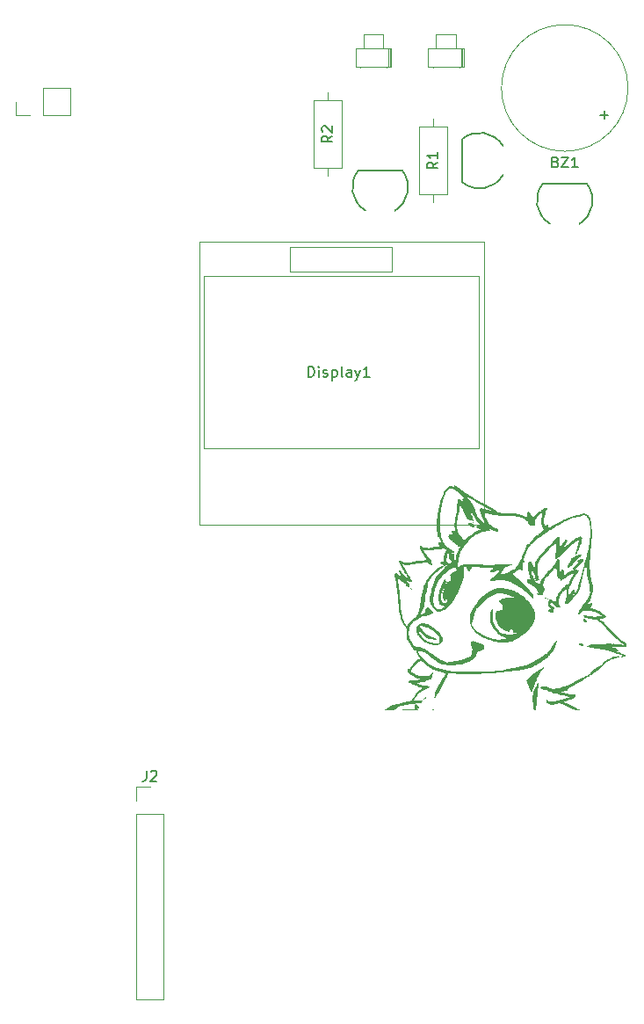
<source format=gbr>
%TF.GenerationSoftware,KiCad,Pcbnew,7.0.10+dfsg-1*%
%TF.CreationDate,2024-02-23T10:02:10+01:00*%
%TF.ProjectId,chibi_v2_1,63686962-695f-4763-925f-312e6b696361,rev?*%
%TF.SameCoordinates,Original*%
%TF.FileFunction,Legend,Top*%
%TF.FilePolarity,Positive*%
%FSLAX46Y46*%
G04 Gerber Fmt 4.6, Leading zero omitted, Abs format (unit mm)*
G04 Created by KiCad (PCBNEW 7.0.10+dfsg-1) date 2024-02-23 10:02:10*
%MOMM*%
%LPD*%
G01*
G04 APERTURE LIST*
%ADD10C,0.150000*%
%ADD11C,0.120000*%
%ADD12C,0.203200*%
G04 APERTURE END LIST*
D10*
X135074819Y-45886666D02*
X134598628Y-46219999D01*
X135074819Y-46458094D02*
X134074819Y-46458094D01*
X134074819Y-46458094D02*
X134074819Y-46077142D01*
X134074819Y-46077142D02*
X134122438Y-45981904D01*
X134122438Y-45981904D02*
X134170057Y-45934285D01*
X134170057Y-45934285D02*
X134265295Y-45886666D01*
X134265295Y-45886666D02*
X134408152Y-45886666D01*
X134408152Y-45886666D02*
X134503390Y-45934285D01*
X134503390Y-45934285D02*
X134551009Y-45981904D01*
X134551009Y-45981904D02*
X134598628Y-46077142D01*
X134598628Y-46077142D02*
X134598628Y-46458094D01*
X134170057Y-45505713D02*
X134122438Y-45458094D01*
X134122438Y-45458094D02*
X134074819Y-45362856D01*
X134074819Y-45362856D02*
X134074819Y-45124761D01*
X134074819Y-45124761D02*
X134122438Y-45029523D01*
X134122438Y-45029523D02*
X134170057Y-44981904D01*
X134170057Y-44981904D02*
X134265295Y-44934285D01*
X134265295Y-44934285D02*
X134360533Y-44934285D01*
X134360533Y-44934285D02*
X134503390Y-44981904D01*
X134503390Y-44981904D02*
X135074819Y-45553332D01*
X135074819Y-45553332D02*
X135074819Y-44934285D01*
X117166666Y-107044819D02*
X117166666Y-107759104D01*
X117166666Y-107759104D02*
X117119047Y-107901961D01*
X117119047Y-107901961D02*
X117023809Y-107997200D01*
X117023809Y-107997200D02*
X116880952Y-108044819D01*
X116880952Y-108044819D02*
X116785714Y-108044819D01*
X117595238Y-107140057D02*
X117642857Y-107092438D01*
X117642857Y-107092438D02*
X117738095Y-107044819D01*
X117738095Y-107044819D02*
X117976190Y-107044819D01*
X117976190Y-107044819D02*
X118071428Y-107092438D01*
X118071428Y-107092438D02*
X118119047Y-107140057D01*
X118119047Y-107140057D02*
X118166666Y-107235295D01*
X118166666Y-107235295D02*
X118166666Y-107330533D01*
X118166666Y-107330533D02*
X118119047Y-107473390D01*
X118119047Y-107473390D02*
X117547619Y-108044819D01*
X117547619Y-108044819D02*
X118166666Y-108044819D01*
X156599047Y-48406009D02*
X156741904Y-48453628D01*
X156741904Y-48453628D02*
X156789523Y-48501247D01*
X156789523Y-48501247D02*
X156837142Y-48596485D01*
X156837142Y-48596485D02*
X156837142Y-48739342D01*
X156837142Y-48739342D02*
X156789523Y-48834580D01*
X156789523Y-48834580D02*
X156741904Y-48882200D01*
X156741904Y-48882200D02*
X156646666Y-48929819D01*
X156646666Y-48929819D02*
X156265714Y-48929819D01*
X156265714Y-48929819D02*
X156265714Y-47929819D01*
X156265714Y-47929819D02*
X156599047Y-47929819D01*
X156599047Y-47929819D02*
X156694285Y-47977438D01*
X156694285Y-47977438D02*
X156741904Y-48025057D01*
X156741904Y-48025057D02*
X156789523Y-48120295D01*
X156789523Y-48120295D02*
X156789523Y-48215533D01*
X156789523Y-48215533D02*
X156741904Y-48310771D01*
X156741904Y-48310771D02*
X156694285Y-48358390D01*
X156694285Y-48358390D02*
X156599047Y-48406009D01*
X156599047Y-48406009D02*
X156265714Y-48406009D01*
X157170476Y-47929819D02*
X157837142Y-47929819D01*
X157837142Y-47929819D02*
X157170476Y-48929819D01*
X157170476Y-48929819D02*
X157837142Y-48929819D01*
X158741904Y-48929819D02*
X158170476Y-48929819D01*
X158456190Y-48929819D02*
X158456190Y-47929819D01*
X158456190Y-47929819D02*
X158360952Y-48072676D01*
X158360952Y-48072676D02*
X158265714Y-48167914D01*
X158265714Y-48167914D02*
X158170476Y-48215533D01*
X160909048Y-43888866D02*
X161670953Y-43888866D01*
X161290000Y-44269819D02*
X161290000Y-43507914D01*
X145234819Y-48426666D02*
X144758628Y-48759999D01*
X145234819Y-48998094D02*
X144234819Y-48998094D01*
X144234819Y-48998094D02*
X144234819Y-48617142D01*
X144234819Y-48617142D02*
X144282438Y-48521904D01*
X144282438Y-48521904D02*
X144330057Y-48474285D01*
X144330057Y-48474285D02*
X144425295Y-48426666D01*
X144425295Y-48426666D02*
X144568152Y-48426666D01*
X144568152Y-48426666D02*
X144663390Y-48474285D01*
X144663390Y-48474285D02*
X144711009Y-48521904D01*
X144711009Y-48521904D02*
X144758628Y-48617142D01*
X144758628Y-48617142D02*
X144758628Y-48998094D01*
X145234819Y-47474285D02*
X145234819Y-48045713D01*
X145234819Y-47759999D02*
X144234819Y-47759999D01*
X144234819Y-47759999D02*
X144377676Y-47855237D01*
X144377676Y-47855237D02*
X144472914Y-47950475D01*
X144472914Y-47950475D02*
X144520533Y-48045713D01*
X132771428Y-69093819D02*
X132771428Y-68093819D01*
X132771428Y-68093819D02*
X133009523Y-68093819D01*
X133009523Y-68093819D02*
X133152380Y-68141438D01*
X133152380Y-68141438D02*
X133247618Y-68236676D01*
X133247618Y-68236676D02*
X133295237Y-68331914D01*
X133295237Y-68331914D02*
X133342856Y-68522390D01*
X133342856Y-68522390D02*
X133342856Y-68665247D01*
X133342856Y-68665247D02*
X133295237Y-68855723D01*
X133295237Y-68855723D02*
X133247618Y-68950961D01*
X133247618Y-68950961D02*
X133152380Y-69046200D01*
X133152380Y-69046200D02*
X133009523Y-69093819D01*
X133009523Y-69093819D02*
X132771428Y-69093819D01*
X133771428Y-69093819D02*
X133771428Y-68427152D01*
X133771428Y-68093819D02*
X133723809Y-68141438D01*
X133723809Y-68141438D02*
X133771428Y-68189057D01*
X133771428Y-68189057D02*
X133819047Y-68141438D01*
X133819047Y-68141438D02*
X133771428Y-68093819D01*
X133771428Y-68093819D02*
X133771428Y-68189057D01*
X134199999Y-69046200D02*
X134295237Y-69093819D01*
X134295237Y-69093819D02*
X134485713Y-69093819D01*
X134485713Y-69093819D02*
X134580951Y-69046200D01*
X134580951Y-69046200D02*
X134628570Y-68950961D01*
X134628570Y-68950961D02*
X134628570Y-68903342D01*
X134628570Y-68903342D02*
X134580951Y-68808104D01*
X134580951Y-68808104D02*
X134485713Y-68760485D01*
X134485713Y-68760485D02*
X134342856Y-68760485D01*
X134342856Y-68760485D02*
X134247618Y-68712866D01*
X134247618Y-68712866D02*
X134199999Y-68617628D01*
X134199999Y-68617628D02*
X134199999Y-68570009D01*
X134199999Y-68570009D02*
X134247618Y-68474771D01*
X134247618Y-68474771D02*
X134342856Y-68427152D01*
X134342856Y-68427152D02*
X134485713Y-68427152D01*
X134485713Y-68427152D02*
X134580951Y-68474771D01*
X135057142Y-68427152D02*
X135057142Y-69427152D01*
X135057142Y-68474771D02*
X135152380Y-68427152D01*
X135152380Y-68427152D02*
X135342856Y-68427152D01*
X135342856Y-68427152D02*
X135438094Y-68474771D01*
X135438094Y-68474771D02*
X135485713Y-68522390D01*
X135485713Y-68522390D02*
X135533332Y-68617628D01*
X135533332Y-68617628D02*
X135533332Y-68903342D01*
X135533332Y-68903342D02*
X135485713Y-68998580D01*
X135485713Y-68998580D02*
X135438094Y-69046200D01*
X135438094Y-69046200D02*
X135342856Y-69093819D01*
X135342856Y-69093819D02*
X135152380Y-69093819D01*
X135152380Y-69093819D02*
X135057142Y-69046200D01*
X136104761Y-69093819D02*
X136009523Y-69046200D01*
X136009523Y-69046200D02*
X135961904Y-68950961D01*
X135961904Y-68950961D02*
X135961904Y-68093819D01*
X136914285Y-69093819D02*
X136914285Y-68570009D01*
X136914285Y-68570009D02*
X136866666Y-68474771D01*
X136866666Y-68474771D02*
X136771428Y-68427152D01*
X136771428Y-68427152D02*
X136580952Y-68427152D01*
X136580952Y-68427152D02*
X136485714Y-68474771D01*
X136914285Y-69046200D02*
X136819047Y-69093819D01*
X136819047Y-69093819D02*
X136580952Y-69093819D01*
X136580952Y-69093819D02*
X136485714Y-69046200D01*
X136485714Y-69046200D02*
X136438095Y-68950961D01*
X136438095Y-68950961D02*
X136438095Y-68855723D01*
X136438095Y-68855723D02*
X136485714Y-68760485D01*
X136485714Y-68760485D02*
X136580952Y-68712866D01*
X136580952Y-68712866D02*
X136819047Y-68712866D01*
X136819047Y-68712866D02*
X136914285Y-68665247D01*
X137295238Y-68427152D02*
X137533333Y-69093819D01*
X137771428Y-68427152D02*
X137533333Y-69093819D01*
X137533333Y-69093819D02*
X137438095Y-69331914D01*
X137438095Y-69331914D02*
X137390476Y-69379533D01*
X137390476Y-69379533D02*
X137295238Y-69427152D01*
X138676190Y-69093819D02*
X138104762Y-69093819D01*
X138390476Y-69093819D02*
X138390476Y-68093819D01*
X138390476Y-68093819D02*
X138295238Y-68236676D01*
X138295238Y-68236676D02*
X138200000Y-68331914D01*
X138200000Y-68331914D02*
X138104762Y-68379533D01*
D11*
%TO.C,R2*%
X134620000Y-49760000D02*
X134620000Y-48990000D01*
X133250000Y-48990000D02*
X135990000Y-48990000D01*
X135990000Y-48990000D02*
X135990000Y-42450000D01*
X133250000Y-42450000D02*
X133250000Y-48990000D01*
X135990000Y-42450000D02*
X133250000Y-42450000D01*
X134620000Y-41680000D02*
X134620000Y-42450000D01*
%TO.C,D1*%
X140755000Y-39200000D02*
X140755000Y-37480000D01*
X140755000Y-37480000D02*
X137335000Y-37480000D01*
X140635000Y-39200000D02*
X140635000Y-37480000D01*
X140515000Y-39200000D02*
X140515000Y-37480000D01*
X140315000Y-39330000D02*
X140315000Y-39330000D01*
X140315000Y-39330000D02*
X140315000Y-39200000D01*
X140315000Y-39200000D02*
X140315000Y-39330000D01*
X140315000Y-39200000D02*
X140315000Y-39200000D01*
X140005000Y-37480000D02*
X140005000Y-36080000D01*
X140005000Y-36080000D02*
X138085000Y-36080000D01*
X138085000Y-37480000D02*
X140005000Y-37480000D01*
X138085000Y-36080000D02*
X138085000Y-37480000D01*
X137775000Y-39330000D02*
X137775000Y-39330000D01*
X137775000Y-39330000D02*
X137775000Y-39200000D01*
X137775000Y-39200000D02*
X137775000Y-39330000D01*
X137775000Y-39200000D02*
X137775000Y-39200000D01*
X137335000Y-39200000D02*
X140755000Y-39200000D01*
X137335000Y-37480000D02*
X137335000Y-39200000D01*
%TO.C,J2*%
X116170000Y-108590000D02*
X117500000Y-108590000D01*
X116170000Y-109920000D02*
X116170000Y-108590000D01*
X116170000Y-111190000D02*
X116170000Y-129030000D01*
X116170000Y-111190000D02*
X118830000Y-111190000D01*
X116170000Y-129030000D02*
X118830000Y-129030000D01*
X118830000Y-111190000D02*
X118830000Y-129030000D01*
%TO.C,D2*%
X147740000Y-39200000D02*
X147740000Y-37480000D01*
X147740000Y-37480000D02*
X144320000Y-37480000D01*
X147620000Y-39200000D02*
X147620000Y-37480000D01*
X147500000Y-39200000D02*
X147500000Y-37480000D01*
X147300000Y-39330000D02*
X147300000Y-39330000D01*
X147300000Y-39330000D02*
X147300000Y-39200000D01*
X147300000Y-39200000D02*
X147300000Y-39330000D01*
X147300000Y-39200000D02*
X147300000Y-39200000D01*
X146990000Y-37480000D02*
X146990000Y-36080000D01*
X146990000Y-36080000D02*
X145070000Y-36080000D01*
X145070000Y-37480000D02*
X146990000Y-37480000D01*
X145070000Y-36080000D02*
X145070000Y-37480000D01*
X144760000Y-39330000D02*
X144760000Y-39330000D01*
X144760000Y-39330000D02*
X144760000Y-39200000D01*
X144760000Y-39200000D02*
X144760000Y-39330000D01*
X144760000Y-39200000D02*
X144760000Y-39200000D01*
X144320000Y-39200000D02*
X147740000Y-39200000D01*
X144320000Y-37480000D02*
X144320000Y-39200000D01*
%TO.C,BZ1*%
X163580000Y-41275000D02*
G75*
G03*
X151380000Y-41275000I-6100000J0D01*
G01*
X151380000Y-41275000D02*
G75*
G03*
X163580000Y-41275000I6100000J0D01*
G01*
%TO.C,R1*%
X144780000Y-52300000D02*
X144780000Y-51530000D01*
X143410000Y-51530000D02*
X146150000Y-51530000D01*
X146150000Y-51530000D02*
X146150000Y-44990000D01*
X143410000Y-44990000D02*
X143410000Y-51530000D01*
X146150000Y-44990000D02*
X143410000Y-44990000D01*
X144780000Y-44220000D02*
X144780000Y-44990000D01*
D12*
%TO.C,Q3*%
X147625000Y-46160000D02*
X147625000Y-50360000D01*
X151525000Y-46860000D02*
G75*
G03*
X147625000Y-46160000I-2253944J-1343401D01*
G01*
X147625001Y-50359999D02*
G75*
G03*
X151524999Y-49660000I1655264J1992097D01*
G01*
%TO.C,Q2*%
X141800000Y-49200000D02*
X137600000Y-49200000D01*
X141100000Y-53100000D02*
G75*
G03*
X141800000Y-49200000I-1343401J2253944D01*
G01*
X137600001Y-49200001D02*
G75*
G03*
X138300000Y-53099999I1992097J-1655264D01*
G01*
%TO.C,Q1*%
X159580000Y-50470000D02*
X155380000Y-50470000D01*
X158880000Y-54370000D02*
G75*
G03*
X159580000Y-50470000I-1343401J2253944D01*
G01*
X155380001Y-50470001D02*
G75*
G03*
X156080000Y-54369999I1992097J-1655264D01*
G01*
D11*
%TO.C,Display1*%
X122300000Y-56085000D02*
X149700000Y-56085000D01*
X122300000Y-83385000D02*
X122300000Y-56085000D01*
X122722000Y-59380000D02*
X145822000Y-59380000D01*
X122722000Y-75980000D02*
X122722000Y-59380000D01*
X131001000Y-56574000D02*
X131001000Y-58987000D01*
X131001000Y-56574000D02*
X140780000Y-56574000D01*
X140780000Y-56574000D02*
X140780000Y-58987000D01*
X140780000Y-58987000D02*
X131001000Y-58987000D01*
X145822000Y-59380000D02*
X148908000Y-59380000D01*
X145822000Y-75980000D02*
X122722000Y-75980000D01*
X145822000Y-75980000D02*
X149162000Y-76005000D01*
X149162000Y-59368000D02*
X148908000Y-59380000D01*
X149162000Y-76005000D02*
X149162000Y-59368000D01*
X149700000Y-56085000D02*
X149700000Y-83385000D01*
X149700000Y-83385000D02*
X122300000Y-83385000D01*
%TO.C,J1*%
X104595000Y-43930000D02*
X104595000Y-42600000D01*
X105925000Y-43930000D02*
X104595000Y-43930000D01*
X107195000Y-43930000D02*
X109795000Y-43930000D01*
X107195000Y-43930000D02*
X107195000Y-41270000D01*
X109795000Y-43930000D02*
X109795000Y-41270000D01*
X107195000Y-41270000D02*
X109795000Y-41270000D01*
%TO.C,G\u002A\u002A\u002A*%
G36*
X143134118Y-92621841D02*
G01*
X143115441Y-92640517D01*
X143096765Y-92621841D01*
X143115441Y-92603164D01*
X143134118Y-92621841D01*
G37*
G36*
X154713529Y-98598311D02*
G01*
X154694853Y-98616988D01*
X154676177Y-98598311D01*
X154694853Y-98579635D01*
X154713529Y-98598311D01*
G37*
G36*
X155161765Y-90156547D02*
G01*
X155143088Y-90175223D01*
X155124412Y-90156547D01*
X155143088Y-90137870D01*
X155161765Y-90156547D01*
G37*
G36*
X155796765Y-90455370D02*
G01*
X155778088Y-90474047D01*
X155759412Y-90455370D01*
X155778088Y-90436694D01*
X155796765Y-90455370D01*
G37*
G36*
X158598235Y-86906841D02*
G01*
X158579559Y-86925517D01*
X158560882Y-86906841D01*
X158579559Y-86888164D01*
X158598235Y-86906841D01*
G37*
G36*
X159195882Y-101213017D02*
G01*
X159177206Y-101231694D01*
X159158529Y-101213017D01*
X159177206Y-101194341D01*
X159195882Y-101213017D01*
G37*
G36*
X163192647Y-96170370D02*
G01*
X163173971Y-96189047D01*
X163155294Y-96170370D01*
X163173971Y-96151694D01*
X163192647Y-96170370D01*
G37*
G36*
X155865699Y-90489156D02*
G01*
X155905799Y-90526767D01*
X155897573Y-90548389D01*
X155892352Y-90548753D01*
X155860758Y-90522222D01*
X155849227Y-90505628D01*
X155844825Y-90480068D01*
X155865699Y-90489156D01*
G37*
G36*
X144904767Y-101170167D02*
G01*
X144945735Y-101194341D01*
X144942038Y-101224195D01*
X144886021Y-101223814D01*
X144796324Y-101194341D01*
X144751393Y-101171243D01*
X144771806Y-101161909D01*
X144822134Y-101159613D01*
X144904767Y-101170167D01*
G37*
G36*
X148699703Y-83143689D02*
G01*
X148699706Y-83145400D01*
X148690519Y-83216779D01*
X148662999Y-83215782D01*
X148641665Y-83186968D01*
X148641692Y-83128838D01*
X148658137Y-83104792D01*
X148690179Y-83090841D01*
X148699703Y-83143689D01*
G37*
G36*
X162891000Y-96012340D02*
G01*
X162957638Y-96032865D01*
X162961116Y-96070884D01*
X162935409Y-96093049D01*
X162887587Y-96085913D01*
X162857879Y-96060009D01*
X162836192Y-96019807D01*
X162877016Y-96011472D01*
X162891000Y-96012340D01*
G37*
G36*
X142703493Y-89480661D02*
G01*
X142752370Y-89540944D01*
X142784278Y-89596025D01*
X142788919Y-89610596D01*
X142749602Y-89598800D01*
X142713440Y-89589093D01*
X142668374Y-89559704D01*
X142668953Y-89537396D01*
X142658463Y-89508082D01*
X142629853Y-89502870D01*
X142589007Y-89486007D01*
X142591492Y-89467149D01*
X142639102Y-89445151D01*
X142703493Y-89480661D01*
G37*
G36*
X144093995Y-99975297D02*
G01*
X144093356Y-100022735D01*
X144024150Y-100096327D01*
X143957375Y-100147395D01*
X143873856Y-100192933D01*
X143826893Y-100188400D01*
X143825565Y-100186488D01*
X143833642Y-100153948D01*
X143860296Y-100148458D01*
X143911316Y-100124023D01*
X143918529Y-100101414D01*
X143944318Y-100052670D01*
X144002265Y-100002601D01*
X144063241Y-99972144D01*
X144093995Y-99975297D01*
G37*
G36*
X155254756Y-90191649D02*
G01*
X155343711Y-90230226D01*
X155455838Y-90282489D01*
X155569557Y-90338098D01*
X155663288Y-90386711D01*
X155715451Y-90417986D01*
X155718189Y-90420373D01*
X155721207Y-90437168D01*
X155666067Y-90420467D01*
X155559910Y-90373071D01*
X155423235Y-90304716D01*
X155310690Y-90244284D01*
X155234572Y-90199188D01*
X155208817Y-90177788D01*
X155210551Y-90177101D01*
X155254756Y-90191649D01*
G37*
G36*
X159118125Y-94779571D02*
G01*
X159211272Y-94807003D01*
X159261772Y-94848951D01*
X159263946Y-94856112D01*
X159252986Y-94936690D01*
X159205007Y-95003701D01*
X159144618Y-95026385D01*
X159083277Y-95013813D01*
X158985269Y-94988750D01*
X158962427Y-94982445D01*
X158860407Y-94942287D01*
X158825856Y-94891571D01*
X158851542Y-94818878D01*
X158855166Y-94813054D01*
X158912835Y-94779727D01*
X159009567Y-94769522D01*
X159118125Y-94779571D01*
G37*
G36*
X148310874Y-83164858D02*
G01*
X148432903Y-83192831D01*
X148571918Y-83235741D01*
X148608885Y-83249216D01*
X148710632Y-83294619D01*
X148757544Y-83339614D01*
X148767215Y-83402088D01*
X148766825Y-83409767D01*
X148746384Y-83508065D01*
X148706584Y-83578534D01*
X148667118Y-83597737D01*
X148618027Y-83585544D01*
X148532578Y-83560893D01*
X148531618Y-83560604D01*
X148414072Y-83505381D01*
X148302644Y-83420838D01*
X148217182Y-83325628D01*
X148177534Y-83238405D01*
X148176765Y-83227108D01*
X148184897Y-83172751D01*
X148223518Y-83155470D01*
X148310874Y-83164858D01*
G37*
G36*
X159392288Y-92400336D02*
G01*
X159487224Y-92452297D01*
X159520636Y-92523786D01*
X159514892Y-92554571D01*
X159524908Y-92583613D01*
X159552638Y-92578589D01*
X159596482Y-92583102D01*
X159601400Y-92632368D01*
X159567113Y-92707210D01*
X159554768Y-92724561D01*
X159484740Y-92783830D01*
X159417463Y-92769286D01*
X159387545Y-92739801D01*
X159364794Y-92684398D01*
X159372494Y-92663121D01*
X159367523Y-92651792D01*
X159335132Y-92661095D01*
X159273415Y-92657638D01*
X159242651Y-92602026D01*
X159249442Y-92512726D01*
X159265980Y-92467626D01*
X159311566Y-92401600D01*
X159374433Y-92395392D01*
X159392288Y-92400336D01*
G37*
G36*
X159037000Y-86248786D02*
G01*
X159068015Y-86266583D01*
X159071616Y-86273898D01*
X159052802Y-86316437D01*
X158990743Y-86393987D01*
X158897737Y-86491604D01*
X158871825Y-86516693D01*
X158765617Y-86619381D01*
X158623607Y-86758720D01*
X158462501Y-86918221D01*
X158299006Y-87081394D01*
X158258930Y-87121620D01*
X158079988Y-87297425D01*
X157944803Y-87419752D01*
X157848251Y-87491619D01*
X157785211Y-87516044D01*
X157750560Y-87496045D01*
X157739177Y-87434642D01*
X157739118Y-87427927D01*
X157765101Y-87302214D01*
X157836775Y-87146938D01*
X157932178Y-86999699D01*
X157986067Y-86908214D01*
X158043686Y-86783118D01*
X158067958Y-86720329D01*
X158114428Y-86607382D01*
X158164358Y-86543879D01*
X158239516Y-86506835D01*
X158282230Y-86494081D01*
X158394485Y-86445593D01*
X158462595Y-86381147D01*
X158465656Y-86375072D01*
X158519006Y-86316564D01*
X158623821Y-86281837D01*
X158671098Y-86274389D01*
X158850564Y-86252674D01*
X158968524Y-86244145D01*
X159037000Y-86248786D01*
G37*
G36*
X143157342Y-100659047D02*
G01*
X143234345Y-100722596D01*
X143325479Y-100807518D01*
X143413137Y-100896637D01*
X143479708Y-100972777D01*
X143507585Y-101018762D01*
X143507647Y-101019890D01*
X143475471Y-101032154D01*
X143395723Y-101026864D01*
X143371512Y-101022775D01*
X143286822Y-101013082D01*
X143259255Y-101032112D01*
X143287640Y-101088074D01*
X143351030Y-101166326D01*
X143365752Y-101187761D01*
X143362464Y-101203924D01*
X143332633Y-101215555D01*
X143267729Y-101223397D01*
X143159218Y-101228189D01*
X142998570Y-101230672D01*
X142777253Y-101231588D01*
X142598289Y-101231694D01*
X142361539Y-101230990D01*
X142152136Y-101229020D01*
X141980827Y-101225998D01*
X141858358Y-101222134D01*
X141795475Y-101217644D01*
X141789412Y-101215685D01*
X141812530Y-101179961D01*
X141849399Y-101139690D01*
X141914914Y-101101966D01*
X141954602Y-101117230D01*
X142023329Y-101146503D01*
X142109395Y-101159962D01*
X142177588Y-101159520D01*
X142294802Y-101155269D01*
X142443520Y-101148217D01*
X142606225Y-101139374D01*
X142765399Y-101129748D01*
X142903528Y-101120346D01*
X143003092Y-101112177D01*
X143046577Y-101106250D01*
X143047016Y-101105991D01*
X143043144Y-101070156D01*
X143026266Y-100984640D01*
X143013080Y-100925101D01*
X142996973Y-100777814D01*
X143024384Y-100678853D01*
X143092856Y-100635433D01*
X143112081Y-100634047D01*
X143157342Y-100659047D01*
G37*
G36*
X154956324Y-98616988D02*
G01*
X154946186Y-98648775D01*
X154911837Y-98656966D01*
X154868513Y-98662404D01*
X154892095Y-98679799D01*
X154918971Y-98691694D01*
X154961245Y-98717157D01*
X154952165Y-98726421D01*
X154926462Y-98759701D01*
X154928233Y-98821005D01*
X154931296Y-98906367D01*
X154921322Y-99034053D01*
X154905097Y-99147844D01*
X154887912Y-99270462D01*
X154868468Y-99447141D01*
X154848782Y-99657357D01*
X154830869Y-99880588D01*
X154825141Y-99961694D01*
X154806823Y-100224956D01*
X154791454Y-100425160D01*
X154777693Y-100573834D01*
X154764201Y-100682502D01*
X154749636Y-100762689D01*
X154732657Y-100825923D01*
X154720490Y-100861232D01*
X154702493Y-100959984D01*
X154703152Y-101079985D01*
X154704441Y-101091620D01*
X154711009Y-101183189D01*
X154692412Y-101222737D01*
X154637300Y-101231661D01*
X154630146Y-101231694D01*
X154566943Y-101218249D01*
X154524289Y-101165451D01*
X154491660Y-101075056D01*
X154469594Y-100972213D01*
X154447051Y-100818134D01*
X154427109Y-100636205D01*
X154416057Y-100500634D01*
X154402500Y-100329288D01*
X154387701Y-100184651D01*
X154373590Y-100083527D01*
X154363593Y-100044354D01*
X154359874Y-99983925D01*
X154380273Y-99858502D01*
X154423609Y-99673384D01*
X154488701Y-99433867D01*
X154535045Y-99275170D01*
X154589796Y-99117835D01*
X154621247Y-99062791D01*
X154797393Y-99062791D01*
X154802503Y-99065223D01*
X154836591Y-99038927D01*
X154844265Y-99027870D01*
X154853783Y-98992949D01*
X154848674Y-98990517D01*
X154814586Y-99016813D01*
X154806912Y-99027870D01*
X154797393Y-99062791D01*
X154621247Y-99062791D01*
X154641196Y-99027878D01*
X154681282Y-99000005D01*
X154739172Y-98963576D01*
X154750882Y-98934128D01*
X154781238Y-98882040D01*
X154815203Y-98861769D01*
X154857256Y-98836248D01*
X154830074Y-98806549D01*
X154826665Y-98804418D01*
X154793817Y-98765823D01*
X154806545Y-98701232D01*
X154817573Y-98675692D01*
X154871292Y-98596119D01*
X154924783Y-98585303D01*
X154956324Y-98616988D01*
G37*
G36*
X155471657Y-97103265D02*
G01*
X155474592Y-97127599D01*
X155431474Y-97179353D01*
X155375790Y-97234929D01*
X155312161Y-97311043D01*
X155232621Y-97425404D01*
X155147119Y-97561027D01*
X155065604Y-97700925D01*
X154998024Y-97828114D01*
X154954328Y-97925606D01*
X154943480Y-97973035D01*
X154917415Y-98007991D01*
X154867702Y-98037683D01*
X154794690Y-98095452D01*
X154761187Y-98168868D01*
X154776406Y-98232383D01*
X154792530Y-98246112D01*
X154818748Y-98275981D01*
X154777850Y-98301475D01*
X154722719Y-98338224D01*
X154720597Y-98370269D01*
X154771144Y-98374419D01*
X154778897Y-98372458D01*
X154796010Y-98373014D01*
X154752985Y-98397889D01*
X154740662Y-98403876D01*
X154676316Y-98445085D01*
X154661467Y-98477578D01*
X154662615Y-98478916D01*
X154659622Y-98521560D01*
X154620354Y-98579406D01*
X154579367Y-98634529D01*
X154593812Y-98654170D01*
X154605020Y-98654913D01*
X154637271Y-98662519D01*
X154608837Y-98686351D01*
X154569829Y-98732514D01*
X154568178Y-98751146D01*
X154561006Y-98808109D01*
X154537271Y-98878458D01*
X154509496Y-98953774D01*
X154501515Y-98990517D01*
X154487063Y-99032364D01*
X154447553Y-99110022D01*
X154441266Y-99121253D01*
X154384253Y-99233709D01*
X154341180Y-99336032D01*
X154297304Y-99409921D01*
X154247542Y-99438753D01*
X154200611Y-99424077D01*
X154196518Y-99410738D01*
X154191957Y-99366613D01*
X154163249Y-99284120D01*
X154106114Y-99151815D01*
X154071329Y-99075868D01*
X154027629Y-98975949D01*
X154001214Y-98904877D01*
X153997724Y-98889103D01*
X153983985Y-98838205D01*
X153950951Y-98749857D01*
X153942398Y-98729047D01*
X153907714Y-98642703D01*
X153890291Y-98592742D01*
X153889769Y-98588973D01*
X153891377Y-98549050D01*
X153891765Y-98500573D01*
X153875399Y-98442201D01*
X153821194Y-98439965D01*
X153736560Y-98440247D01*
X153699797Y-98426217D01*
X153676064Y-98400947D01*
X153721584Y-98392906D01*
X153723677Y-98392870D01*
X153772742Y-98386366D01*
X153752719Y-98362397D01*
X153742353Y-98355517D01*
X153714137Y-98325636D01*
X153730141Y-98318736D01*
X153783241Y-98294318D01*
X153860252Y-98234440D01*
X153880746Y-98215444D01*
X154000802Y-98103669D01*
X154144008Y-97977789D01*
X154319790Y-97829854D01*
X154537568Y-97651917D01*
X154770665Y-97464818D01*
X154895593Y-97372958D01*
X155037507Y-97280606D01*
X155179513Y-97197342D01*
X155304717Y-97132747D01*
X155396224Y-97096401D01*
X155427854Y-97092129D01*
X155471657Y-97103265D01*
G37*
G36*
X143936397Y-92861380D02*
G01*
X144093686Y-92889940D01*
X144248302Y-92926432D01*
X144329412Y-92950353D01*
X144441108Y-92999181D01*
X144584288Y-93078324D01*
X144731758Y-93171858D01*
X144833677Y-93245659D01*
X145078579Y-93442064D01*
X145261230Y-93598860D01*
X145382313Y-93716689D01*
X145442516Y-93796191D01*
X145450000Y-93821753D01*
X145470457Y-93861578D01*
X145523655Y-93942280D01*
X145585829Y-94029515D01*
X145688721Y-94209207D01*
X145721882Y-94381378D01*
X145686885Y-94560801D01*
X145651197Y-94644015D01*
X145540603Y-94788930D01*
X145376948Y-94889047D01*
X145168043Y-94942872D01*
X144921699Y-94948912D01*
X144645731Y-94905673D01*
X144497500Y-94864608D01*
X144285484Y-94793423D01*
X144126503Y-94727445D01*
X144000668Y-94655649D01*
X143888095Y-94567008D01*
X143790222Y-94472478D01*
X143695089Y-94379209D01*
X143618939Y-94311827D01*
X143577445Y-94284144D01*
X143576402Y-94284047D01*
X143537907Y-94253822D01*
X143495655Y-94183880D01*
X143464341Y-94105321D01*
X143458660Y-94049245D01*
X143462446Y-94042876D01*
X143459615Y-94026098D01*
X143438946Y-94028802D01*
X143377210Y-94008994D01*
X143311736Y-93932256D01*
X143249410Y-93815603D01*
X143197117Y-93676054D01*
X143161743Y-93530622D01*
X143161612Y-93529103D01*
X143401406Y-93529103D01*
X143433781Y-93670623D01*
X143469185Y-93722474D01*
X143531080Y-93808551D01*
X143565085Y-93877601D01*
X143598269Y-93935567D01*
X143621264Y-93947870D01*
X143659684Y-93977743D01*
X143708144Y-94050593D01*
X143713063Y-94059880D01*
X143796242Y-94182853D01*
X143915653Y-94314646D01*
X144049170Y-94434231D01*
X144174664Y-94520579D01*
X144220633Y-94542246D01*
X144329072Y-94584677D01*
X144418708Y-94622074D01*
X144422794Y-94623893D01*
X144552198Y-94668324D01*
X144725893Y-94710510D01*
X144913563Y-94744427D01*
X145084888Y-94764049D01*
X145140524Y-94766523D01*
X145262499Y-94762930D01*
X145332670Y-94742565D01*
X145373293Y-94698492D01*
X145376316Y-94693020D01*
X145394040Y-94625263D01*
X145403809Y-94518191D01*
X145405998Y-94393758D01*
X145400980Y-94273921D01*
X145389128Y-94180633D01*
X145370818Y-94135850D01*
X145366812Y-94134635D01*
X145340046Y-94104993D01*
X145338100Y-94087944D01*
X145310194Y-94033766D01*
X145234818Y-93946841D01*
X145124829Y-93838483D01*
X144993088Y-93720005D01*
X144852452Y-93602722D01*
X144715779Y-93497948D01*
X144595929Y-93416997D01*
X144540270Y-93385950D01*
X144424811Y-93331583D01*
X144336992Y-93294965D01*
X144297476Y-93284225D01*
X144242010Y-93277792D01*
X144145723Y-93250958D01*
X144036824Y-93211889D01*
X144011912Y-93201584D01*
X143937326Y-93175998D01*
X143832297Y-93146900D01*
X143720564Y-93119908D01*
X143625867Y-93100635D01*
X143571947Y-93094696D01*
X143567240Y-93096409D01*
X143542760Y-93131153D01*
X143506416Y-93179967D01*
X143479820Y-93224927D01*
X143493763Y-93227263D01*
X143537363Y-93240026D01*
X143610774Y-93295334D01*
X143697889Y-93376802D01*
X143782604Y-93468046D01*
X143848811Y-93552680D01*
X143880406Y-93614321D01*
X143881177Y-93621380D01*
X143910986Y-93660072D01*
X143990504Y-93726323D01*
X144104861Y-93810129D01*
X144239188Y-93901486D01*
X144378618Y-93990392D01*
X144508282Y-94066843D01*
X144613312Y-94120835D01*
X144640306Y-94132123D01*
X144749410Y-94162064D01*
X144834029Y-94171988D01*
X144899138Y-94191661D01*
X144983058Y-94241032D01*
X145068089Y-94305624D01*
X145136527Y-94370962D01*
X145170669Y-94422572D01*
X145164984Y-94442606D01*
X145114104Y-94445341D01*
X145008542Y-94435012D01*
X144866587Y-94414562D01*
X144706530Y-94386929D01*
X144546659Y-94355053D01*
X144405265Y-94321875D01*
X144391780Y-94318314D01*
X144204917Y-94241006D01*
X144006567Y-94113461D01*
X143818168Y-93952500D01*
X143661159Y-93774944D01*
X143616157Y-93709741D01*
X143542580Y-93579338D01*
X143488987Y-93457016D01*
X143466936Y-93369170D01*
X143466926Y-93368900D01*
X143462805Y-93294372D01*
X143453623Y-93290465D01*
X143432941Y-93350223D01*
X143401406Y-93529103D01*
X143161612Y-93529103D01*
X143150173Y-93396326D01*
X143156815Y-93331547D01*
X143198912Y-93201692D01*
X143263291Y-93085910D01*
X143336251Y-93004305D01*
X143398635Y-92976694D01*
X143457686Y-92962333D01*
X143470294Y-92943697D01*
X143504796Y-92907195D01*
X143597425Y-92871071D01*
X143713088Y-92845025D01*
X143801257Y-92844995D01*
X143936397Y-92861380D01*
G37*
G36*
X162660043Y-95994863D02*
G01*
X162725989Y-96010845D01*
X162723966Y-96026858D01*
X162687338Y-96042950D01*
X162638280Y-96065270D01*
X162657921Y-96073154D01*
X162681249Y-96074362D01*
X162735575Y-96086012D01*
X162731933Y-96108210D01*
X162684495Y-96132090D01*
X162607432Y-96148786D01*
X162557647Y-96151694D01*
X162458927Y-96160504D01*
X162396053Y-96182346D01*
X162389559Y-96189047D01*
X162337500Y-96219118D01*
X162284634Y-96226374D01*
X162219759Y-96241889D01*
X162112990Y-96282365D01*
X161983731Y-96338668D01*
X161851386Y-96401660D01*
X161735360Y-96462207D01*
X161655057Y-96511172D01*
X161630049Y-96534561D01*
X161587055Y-96560071D01*
X161563750Y-96562576D01*
X161516780Y-96587690D01*
X161431090Y-96655713D01*
X161319702Y-96755669D01*
X161218531Y-96853555D01*
X160996730Y-97068521D01*
X160805124Y-97238060D01*
X160627376Y-97375189D01*
X160447148Y-97492923D01*
X160335147Y-97557394D01*
X160232444Y-97622373D01*
X160118341Y-97705796D01*
X160093181Y-97725957D01*
X160004948Y-97790806D01*
X159935674Y-97828612D01*
X159918867Y-97832576D01*
X159867779Y-97852207D01*
X159862010Y-97860591D01*
X159826816Y-97894415D01*
X159748135Y-97955012D01*
X159644912Y-98029216D01*
X159536095Y-98103865D01*
X159440633Y-98165793D01*
X159377472Y-98201837D01*
X159364704Y-98206106D01*
X159319185Y-98228112D01*
X159287893Y-98252797D01*
X159190817Y-98334729D01*
X159110590Y-98384401D01*
X159011948Y-98423080D01*
X158997674Y-98427836D01*
X158909685Y-98464678D01*
X158862330Y-98499701D01*
X158859706Y-98507114D01*
X158828044Y-98540330D01*
X158766324Y-98564296D01*
X158696427Y-98592191D01*
X158672941Y-98618301D01*
X158643243Y-98655040D01*
X158571666Y-98701014D01*
X158570221Y-98701761D01*
X158314104Y-98833943D01*
X158116839Y-98937122D01*
X157970751Y-99016286D01*
X157868166Y-99076421D01*
X157801410Y-99122516D01*
X157762809Y-99159558D01*
X157744689Y-99192534D01*
X157739376Y-99226433D01*
X157739118Y-99241913D01*
X157719212Y-99297087D01*
X157649122Y-99337234D01*
X157580368Y-99357847D01*
X157454428Y-99383229D01*
X157339743Y-99395282D01*
X157317341Y-99395386D01*
X157231861Y-99401543D01*
X157186664Y-99418461D01*
X157187669Y-99456948D01*
X157239418Y-99500506D01*
X157320171Y-99536130D01*
X157407876Y-99550811D01*
X157491305Y-99562899D01*
X157533323Y-99587593D01*
X157584924Y-99616241D01*
X157638248Y-99622192D01*
X157743198Y-99628628D01*
X157795147Y-99637574D01*
X157892709Y-99655550D01*
X158026272Y-99674145D01*
X158171069Y-99690658D01*
X158302332Y-99702388D01*
X158395296Y-99706633D01*
X158417500Y-99705460D01*
X158486741Y-99718285D01*
X158512301Y-99772685D01*
X158498649Y-99853120D01*
X158450255Y-99944048D01*
X158371588Y-100029926D01*
X158311979Y-100072408D01*
X158191893Y-100130061D01*
X158049762Y-100180986D01*
X158008819Y-100192338D01*
X157881731Y-100229753D01*
X157769941Y-100271496D01*
X157740144Y-100285491D01*
X157640543Y-100322989D01*
X157566265Y-100334993D01*
X157479512Y-100360142D01*
X157440294Y-100391253D01*
X157417281Y-100437112D01*
X157432268Y-100447282D01*
X157480104Y-100462286D01*
X157579711Y-100502895D01*
X157715456Y-100562504D01*
X157838386Y-100618880D01*
X158016302Y-100701899D01*
X158194085Y-100784816D01*
X158345588Y-100855437D01*
X158411471Y-100886125D01*
X158541984Y-100950727D01*
X158659599Y-101015363D01*
X158716060Y-101050704D01*
X158800535Y-101099733D01*
X158865150Y-101121308D01*
X158865472Y-101121320D01*
X158932969Y-101137283D01*
X159025864Y-101173435D01*
X159027794Y-101174315D01*
X159078399Y-101199600D01*
X159088130Y-101214900D01*
X159047807Y-101222773D01*
X158948251Y-101225776D01*
X158841029Y-101226343D01*
X158652084Y-101220094D01*
X158509429Y-101197204D01*
X158385622Y-101153054D01*
X158374118Y-101147715D01*
X158281202Y-101103560D01*
X158137501Y-101034918D01*
X157959544Y-100949698D01*
X157763861Y-100855812D01*
X157670001Y-100810717D01*
X157450189Y-100706704D01*
X157279722Y-100633555D01*
X157141152Y-100588668D01*
X157017032Y-100569444D01*
X156889914Y-100573283D01*
X156742351Y-100597584D01*
X156556896Y-100639746D01*
X156543824Y-100642873D01*
X156338435Y-100673337D01*
X156133295Y-100671370D01*
X155951203Y-100639108D01*
X155814964Y-100578684D01*
X155808507Y-100574033D01*
X155731327Y-100494214D01*
X155696767Y-100387157D01*
X155691896Y-100340827D01*
X155694252Y-100230754D01*
X155724407Y-100189754D01*
X155784779Y-100216821D01*
X155846779Y-100276233D01*
X155912029Y-100330607D01*
X155996257Y-100360609D01*
X156124804Y-100374406D01*
X156155969Y-100375854D01*
X156281644Y-100377606D01*
X156377338Y-100372755D01*
X156415900Y-100364735D01*
X156468456Y-100350781D01*
X156572612Y-100333922D01*
X156702181Y-100318213D01*
X156832208Y-100300242D01*
X156930377Y-100278399D01*
X156975194Y-100257586D01*
X157026454Y-100228123D01*
X157064680Y-100223164D01*
X157140383Y-100211851D01*
X157260149Y-100182858D01*
X157397679Y-100143606D01*
X157526672Y-100101516D01*
X157608382Y-100069755D01*
X157692888Y-100035971D01*
X157805094Y-99995412D01*
X157826332Y-99988156D01*
X157969576Y-99939770D01*
X157583538Y-99854259D01*
X157413859Y-99815262D01*
X157264024Y-99778264D01*
X157153881Y-99748302D01*
X157111698Y-99734486D01*
X157013035Y-99706943D01*
X156952948Y-99700223D01*
X156893193Y-99685436D01*
X156880000Y-99665687D01*
X156847748Y-99646470D01*
X156768868Y-99645106D01*
X156756569Y-99646460D01*
X156645435Y-99641179D01*
X156503463Y-99609111D01*
X156429731Y-99584257D01*
X156289518Y-99531005D01*
X156116540Y-99465556D01*
X155947973Y-99401975D01*
X155946177Y-99401299D01*
X155683667Y-99302102D01*
X155483474Y-99224856D01*
X155337860Y-99165557D01*
X155239090Y-99120202D01*
X155179425Y-99084787D01*
X155151131Y-99055310D01*
X155146470Y-99027767D01*
X155157706Y-98998154D01*
X155159720Y-98994338D01*
X155226590Y-98940573D01*
X155360954Y-98907282D01*
X155383732Y-98904352D01*
X155468674Y-98897405D01*
X155549319Y-98900809D01*
X155639296Y-98918377D01*
X155752238Y-98953921D01*
X155901774Y-99011252D01*
X156101536Y-99094183D01*
X156176967Y-99126185D01*
X156389081Y-99216432D01*
X156681231Y-99136448D01*
X156835444Y-99094273D01*
X156975583Y-99056027D01*
X157074864Y-99029016D01*
X157085441Y-99026152D01*
X157189570Y-98996156D01*
X157322346Y-98955623D01*
X157379269Y-98937629D01*
X157490622Y-98908598D01*
X157574411Y-98898693D01*
X157599820Y-98903386D01*
X157620664Y-98903382D01*
X157611949Y-98884230D01*
X157620036Y-98851876D01*
X157698642Y-98841106D01*
X157699560Y-98841106D01*
X157779191Y-98830680D01*
X157813779Y-98805493D01*
X157813824Y-98804464D01*
X157845777Y-98770333D01*
X157916544Y-98743284D01*
X158007790Y-98713667D01*
X158061675Y-98685523D01*
X158108053Y-98658709D01*
X158209619Y-98605494D01*
X158223765Y-98598311D01*
X158336765Y-98598311D01*
X158355441Y-98616988D01*
X158374118Y-98598311D01*
X158355441Y-98579635D01*
X158336765Y-98598311D01*
X158223765Y-98598311D01*
X158354314Y-98532021D01*
X158530080Y-98444430D01*
X158672941Y-98374194D01*
X158864705Y-98279470D01*
X159034975Y-98193534D01*
X159171476Y-98122725D01*
X159261929Y-98073385D01*
X159291837Y-98054559D01*
X159395584Y-97983603D01*
X159503978Y-97932424D01*
X159594599Y-97909647D01*
X159641837Y-97919942D01*
X159675520Y-97936858D01*
X159681471Y-97910488D01*
X159707714Y-97859654D01*
X159774907Y-97782965D01*
X159829373Y-97731755D01*
X159917915Y-97646023D01*
X159980778Y-97570187D01*
X159997405Y-97539917D01*
X160044902Y-97475775D01*
X160101635Y-97436570D01*
X160403757Y-97273646D01*
X160659861Y-97099967D01*
X160825344Y-96963471D01*
X160938236Y-96869086D01*
X161031996Y-96801021D01*
X161091943Y-96769511D01*
X161103399Y-96769573D01*
X161133854Y-96760370D01*
X161138235Y-96736789D01*
X161164058Y-96676637D01*
X161227062Y-96602262D01*
X161235404Y-96594511D01*
X161325686Y-96512408D01*
X161404410Y-96440261D01*
X161496841Y-96376730D01*
X161656237Y-96293570D01*
X161878095Y-96192908D01*
X162157910Y-96076872D01*
X162256363Y-96037857D01*
X162347516Y-96009211D01*
X162391142Y-96017469D01*
X162399533Y-96032204D01*
X162427300Y-96056046D01*
X162486757Y-96026225D01*
X162577836Y-95994412D01*
X162660043Y-95994863D01*
G37*
G36*
X151886817Y-89518105D02*
G01*
X152330376Y-89646714D01*
X152715147Y-89803337D01*
X152807049Y-89841965D01*
X152896121Y-89876053D01*
X153079051Y-89960182D01*
X153285502Y-90083076D01*
X153489659Y-90227405D01*
X153665705Y-90375837D01*
X153718138Y-90427895D01*
X153890602Y-90611096D01*
X154021753Y-90756857D01*
X154122953Y-90880713D01*
X154205565Y-90998198D01*
X154280950Y-91124847D01*
X154360472Y-91276196D01*
X154407576Y-91370517D01*
X154620147Y-91800076D01*
X154611797Y-92136253D01*
X154604115Y-92295804D01*
X154590769Y-92433374D01*
X154574149Y-92526980D01*
X154567145Y-92547135D01*
X154530446Y-92626066D01*
X154479956Y-92738572D01*
X154457346Y-92789929D01*
X154394942Y-92912774D01*
X154325470Y-93021737D01*
X154301944Y-93051400D01*
X154230953Y-93139075D01*
X154145687Y-93253329D01*
X154108762Y-93305531D01*
X153904273Y-93556753D01*
X153643641Y-93808999D01*
X153344174Y-94049672D01*
X153023182Y-94266175D01*
X152697974Y-94445911D01*
X152385861Y-94576284D01*
X152343694Y-94590037D01*
X152176959Y-94638760D01*
X152033826Y-94669737D01*
X151886972Y-94686670D01*
X151709074Y-94693260D01*
X151577726Y-94693793D01*
X151400508Y-94690326D01*
X151247029Y-94681777D01*
X151134949Y-94669480D01*
X151084442Y-94656535D01*
X151009166Y-94629152D01*
X150897722Y-94605350D01*
X150863181Y-94600388D01*
X150707355Y-94572297D01*
X150511867Y-94524937D01*
X150301240Y-94465500D01*
X150099997Y-94401178D01*
X149932660Y-94339162D01*
X149857647Y-94305506D01*
X149722889Y-94237557D01*
X149568278Y-94159440D01*
X149493144Y-94121418D01*
X149263414Y-93989946D01*
X149047236Y-93838479D01*
X148864462Y-93682162D01*
X148746397Y-93551794D01*
X148678363Y-93454790D01*
X148634312Y-93379059D01*
X148625000Y-93351794D01*
X148602468Y-93314209D01*
X148594565Y-93312870D01*
X148557490Y-93280433D01*
X148508513Y-93196559D01*
X148457073Y-93081403D01*
X148412607Y-92955121D01*
X148393410Y-92883311D01*
X148387510Y-92856168D01*
X148536726Y-92856168D01*
X148543578Y-92956489D01*
X148547260Y-93019345D01*
X148580719Y-93102953D01*
X148667887Y-93216704D01*
X148798688Y-93351846D01*
X148963048Y-93499630D01*
X149150892Y-93651304D01*
X149352145Y-93798119D01*
X149556732Y-93931323D01*
X149678651Y-94002038D01*
X149887464Y-94104268D01*
X150124484Y-94199835D01*
X150372682Y-94283775D01*
X150615030Y-94351123D01*
X150834500Y-94396915D01*
X151014061Y-94416185D01*
X151090294Y-94413605D01*
X151197400Y-94401937D01*
X151344069Y-94386907D01*
X151473681Y-94374179D01*
X151603808Y-94357442D01*
X151701911Y-94336883D01*
X151746694Y-94316993D01*
X151796404Y-94290351D01*
X151847455Y-94284047D01*
X151874126Y-94272850D01*
X151845701Y-94244425D01*
X151777493Y-94206519D01*
X151684811Y-94166878D01*
X151643724Y-94153311D01*
X152098824Y-94153311D01*
X152117500Y-94171988D01*
X152136177Y-94153311D01*
X152117500Y-94134635D01*
X152098824Y-94153311D01*
X151643724Y-94153311D01*
X151582969Y-94133250D01*
X151520258Y-94118499D01*
X151433927Y-94094514D01*
X151390382Y-94067168D01*
X151389118Y-94062593D01*
X151357936Y-94029499D01*
X151310654Y-94010770D01*
X151256370Y-93977818D01*
X151260752Y-93944037D01*
X151265616Y-93912832D01*
X151234607Y-93918815D01*
X151179130Y-93904538D01*
X151089868Y-93843172D01*
X150978643Y-93746798D01*
X150857277Y-93627495D01*
X150737592Y-93497344D01*
X150631412Y-93368424D01*
X150550556Y-93252816D01*
X150513656Y-93182135D01*
X150499550Y-93144782D01*
X150604706Y-93144782D01*
X150623382Y-93163458D01*
X150642059Y-93144782D01*
X150623382Y-93126106D01*
X150604706Y-93144782D01*
X150499550Y-93144782D01*
X150443127Y-92995370D01*
X150530000Y-92995370D01*
X150548677Y-93014047D01*
X150567353Y-92995370D01*
X150548677Y-92976694D01*
X150530000Y-92995370D01*
X150443127Y-92995370D01*
X150405469Y-92895651D01*
X150332239Y-92660146D01*
X150290444Y-92462569D01*
X150276750Y-92304335D01*
X150282624Y-92174316D01*
X150301936Y-92013863D01*
X150330836Y-91842321D01*
X150365476Y-91679033D01*
X150402008Y-91543345D01*
X150436583Y-91454601D01*
X150449481Y-91436095D01*
X150492830Y-91437968D01*
X150547164Y-91480905D01*
X150586062Y-91533779D01*
X150596110Y-91591392D01*
X150579267Y-91681156D01*
X150565196Y-91733073D01*
X150541157Y-91857141D01*
X150522901Y-92023378D01*
X150513823Y-92199286D01*
X150513430Y-92228788D01*
X150541351Y-92554339D01*
X150632436Y-92856508D01*
X150790903Y-93146333D01*
X150938398Y-93340921D01*
X151154051Y-93572713D01*
X151353428Y-93734661D01*
X151539770Y-93829032D01*
X151676600Y-93857087D01*
X151809143Y-93874446D01*
X151929601Y-93903692D01*
X151956822Y-93913587D01*
X152043691Y-93932158D01*
X152165030Y-93935765D01*
X152306710Y-93926924D01*
X152454605Y-93908153D01*
X152594586Y-93881969D01*
X152712527Y-93850889D01*
X152794298Y-93817430D01*
X152825773Y-93784110D01*
X152809441Y-93761669D01*
X152736102Y-93745915D01*
X152692935Y-93751207D01*
X152602339Y-93756510D01*
X152528159Y-93745711D01*
X152462959Y-93720088D01*
X152459087Y-93677407D01*
X152474185Y-93645624D01*
X152486226Y-93555671D01*
X152448388Y-93464297D01*
X152377481Y-93400524D01*
X152324748Y-93387576D01*
X152229049Y-93420199D01*
X152157400Y-93499354D01*
X152136177Y-93577009D01*
X152126413Y-93626102D01*
X152088717Y-93644524D01*
X152010481Y-93632308D01*
X151879096Y-93589490D01*
X151846853Y-93577813D01*
X151618711Y-93479150D01*
X151431942Y-93358476D01*
X151253214Y-93193736D01*
X151231050Y-93170306D01*
X151076429Y-92973162D01*
X150956301Y-92743561D01*
X150861887Y-92463649D01*
X150838242Y-92371251D01*
X150806736Y-92225736D01*
X150796623Y-92116167D01*
X150807577Y-92007011D01*
X150833766Y-91885663D01*
X150875875Y-91741720D01*
X150916200Y-91669691D01*
X150938896Y-91661634D01*
X151032621Y-91661560D01*
X151160757Y-91637143D01*
X151293983Y-91596802D01*
X151402976Y-91548953D01*
X151449593Y-91515016D01*
X151510167Y-91396754D01*
X151513848Y-91253430D01*
X151466159Y-91101034D01*
X151372619Y-90955558D01*
X151238753Y-90832993D01*
X151206906Y-90812195D01*
X151122917Y-90752890D01*
X151078173Y-90705491D01*
X151076096Y-90690918D01*
X151119233Y-90659675D01*
X151212744Y-90609560D01*
X151337676Y-90549537D01*
X151475075Y-90488566D01*
X151605988Y-90435611D01*
X151650588Y-90419278D01*
X151808444Y-90381868D01*
X152033777Y-90357469D01*
X152329373Y-90345804D01*
X152405154Y-90344912D01*
X152514614Y-90340339D01*
X152581339Y-90330109D01*
X152591918Y-90319307D01*
X152546411Y-90293867D01*
X152451744Y-90249845D01*
X152328047Y-90196583D01*
X152322941Y-90194460D01*
X152051623Y-90102552D01*
X151737116Y-90030322D01*
X151409803Y-89984463D01*
X151345032Y-89979012D01*
X151222994Y-89965808D01*
X151129396Y-89948181D01*
X151097100Y-89936635D01*
X151057998Y-89933701D01*
X151052941Y-89948901D01*
X151021736Y-89981220D01*
X150979541Y-89988458D01*
X150832142Y-90013653D01*
X150644156Y-90085450D01*
X150428356Y-90198164D01*
X150237328Y-90318682D01*
X150098963Y-90412411D01*
X149979320Y-90493061D01*
X149894878Y-90549545D01*
X149867644Y-90567429D01*
X149804305Y-90619220D01*
X149697001Y-90720189D01*
X149551963Y-90864183D01*
X149375420Y-91045050D01*
X149228990Y-91198138D01*
X149126098Y-91298538D01*
X149035445Y-91372905D01*
X148974114Y-91407499D01*
X148967520Y-91408442D01*
X148929187Y-91416703D01*
X148952948Y-91439347D01*
X148976376Y-91474884D01*
X148949048Y-91533973D01*
X148926927Y-91563529D01*
X148871064Y-91645927D01*
X148841773Y-91709916D01*
X148804683Y-91777297D01*
X148774412Y-91808091D01*
X148744905Y-91845662D01*
X148761768Y-91854918D01*
X148796408Y-91884224D01*
X148796574Y-91902797D01*
X148763284Y-92055564D01*
X148730298Y-92155627D01*
X148701165Y-92192269D01*
X148700689Y-92192282D01*
X148676499Y-92224013D01*
X148669156Y-92276326D01*
X148660293Y-92410104D01*
X148640078Y-92544335D01*
X148613115Y-92657164D01*
X148584009Y-92726737D01*
X148571898Y-92737945D01*
X148542966Y-92782935D01*
X148536726Y-92856168D01*
X148387510Y-92856168D01*
X148352640Y-92695754D01*
X148333660Y-92584488D01*
X148512941Y-92584488D01*
X148531618Y-92603164D01*
X148550294Y-92584488D01*
X148531618Y-92565811D01*
X148512941Y-92584488D01*
X148333660Y-92584488D01*
X148328713Y-92555490D01*
X148319321Y-92437604D01*
X148322156Y-92317179D01*
X148330977Y-92209562D01*
X148359616Y-92023246D01*
X148414109Y-91855405D01*
X148496111Y-91686620D01*
X148787122Y-91204216D01*
X149033988Y-90866253D01*
X149372059Y-90866253D01*
X149390735Y-90884929D01*
X149409412Y-90866253D01*
X149390735Y-90847576D01*
X149372059Y-90866253D01*
X149033988Y-90866253D01*
X149127975Y-90737583D01*
X149405740Y-90413804D01*
X149592864Y-90218728D01*
X149760901Y-90063658D01*
X149931713Y-89931783D01*
X150114932Y-89814145D01*
X150953333Y-89814145D01*
X150958461Y-89836351D01*
X150978235Y-89839047D01*
X151008981Y-89825380D01*
X151003137Y-89814145D01*
X150958808Y-89809674D01*
X150953333Y-89814145D01*
X150114932Y-89814145D01*
X150127164Y-89806291D01*
X150369119Y-89670370D01*
X150380588Y-89664202D01*
X150712101Y-89528309D01*
X151075257Y-89458758D01*
X151467637Y-89455405D01*
X151886817Y-89518105D01*
G37*
G36*
X146985550Y-79590862D02*
G01*
X147087148Y-79641100D01*
X147190929Y-79714803D01*
X147198320Y-79721110D01*
X147293347Y-79797177D01*
X147431976Y-79900428D01*
X147595324Y-80017102D01*
X147758614Y-80129467D01*
X147952763Y-80260865D01*
X148165101Y-80405428D01*
X148366539Y-80543311D01*
X148494265Y-80631303D01*
X148669552Y-80747954D01*
X148859147Y-80866752D01*
X149033249Y-80969289D01*
X149105990Y-81009137D01*
X149235149Y-81081442D01*
X149336640Y-81146154D01*
X149393483Y-81192174D01*
X149399389Y-81200923D01*
X149433757Y-81231956D01*
X149448384Y-81228193D01*
X149487020Y-81230856D01*
X149569193Y-81263724D01*
X149700373Y-81329463D01*
X149886028Y-81430737D01*
X150025735Y-81509606D01*
X150130753Y-81568271D01*
X150274278Y-81646977D01*
X150428859Y-81730693D01*
X150461313Y-81748123D01*
X150610927Y-81832696D01*
X150750819Y-81919256D01*
X150855491Y-81991853D01*
X150872195Y-82005141D01*
X150963637Y-82078363D01*
X151046046Y-82133434D01*
X151132189Y-82173181D01*
X151234833Y-82200433D01*
X151366746Y-82218017D01*
X151540693Y-82228762D01*
X151769441Y-82235496D01*
X151925932Y-82238563D01*
X152253681Y-82246359D01*
X152510976Y-82256762D01*
X152702035Y-82270151D01*
X152831078Y-82286907D01*
X152902322Y-82307407D01*
X152920588Y-82327919D01*
X152952427Y-82342796D01*
X153028224Y-82339722D01*
X153113588Y-82340965D01*
X153161163Y-82364868D01*
X153213995Y-82395866D01*
X153286984Y-82406984D01*
X153372735Y-82424040D01*
X153495240Y-82467257D01*
X153609216Y-82518331D01*
X153723458Y-82572112D01*
X153808437Y-82606514D01*
X153845340Y-82614099D01*
X153853409Y-82571789D01*
X153858699Y-82478538D01*
X153859883Y-82400031D01*
X153870148Y-82265815D01*
X153896652Y-82159573D01*
X153913180Y-82127952D01*
X153950050Y-82085407D01*
X153985376Y-82083837D01*
X154041556Y-82127994D01*
X154078557Y-82163043D01*
X154147159Y-82239535D01*
X154157872Y-82285818D01*
X154143989Y-82300257D01*
X154121877Y-82324795D01*
X154156692Y-82330534D01*
X154212293Y-82364432D01*
X154275542Y-82454063D01*
X154335811Y-82582724D01*
X154359034Y-82648606D01*
X154378339Y-82691819D01*
X154405995Y-82687760D01*
X154458772Y-82631036D01*
X154475173Y-82611253D01*
X154682561Y-82375748D01*
X154869894Y-82198928D01*
X155047545Y-82071251D01*
X155086963Y-82048476D01*
X155180595Y-81991816D01*
X155246976Y-81943004D01*
X155255052Y-81935135D01*
X155368118Y-81835226D01*
X155500463Y-81752995D01*
X155625064Y-81703683D01*
X155678893Y-81696106D01*
X155756703Y-81700972D01*
X155788963Y-81725611D01*
X155779083Y-81785080D01*
X155730472Y-81894437D01*
X155725938Y-81903869D01*
X155662119Y-82069409D01*
X155594591Y-82308299D01*
X155523692Y-82619294D01*
X155501409Y-82728504D01*
X155482566Y-82958914D01*
X155503063Y-83139386D01*
X155525482Y-83269284D01*
X155541725Y-83376236D01*
X155547136Y-83423679D01*
X155569016Y-83481209D01*
X155620253Y-83473008D01*
X155696592Y-83400061D01*
X155707617Y-83386526D01*
X155765039Y-83320452D01*
X155804576Y-83307716D01*
X155853757Y-83342341D01*
X155864903Y-83352368D01*
X155917135Y-83423958D01*
X155923640Y-83519811D01*
X155919370Y-83550589D01*
X155898296Y-83680448D01*
X156024957Y-83609071D01*
X156129879Y-83548168D01*
X156261644Y-83469359D01*
X156342514Y-83419988D01*
X156451460Y-83356924D01*
X156538020Y-83314206D01*
X156575969Y-83302282D01*
X156616377Y-83281352D01*
X156618529Y-83271802D01*
X156650363Y-83242968D01*
X156733261Y-83198302D01*
X156833309Y-83154175D01*
X156957065Y-83100663D01*
X157057725Y-83051276D01*
X157104118Y-83023221D01*
X157165773Y-82987101D01*
X157273413Y-82934615D01*
X157402941Y-82877468D01*
X157533806Y-82821506D01*
X157642975Y-82773009D01*
X157706505Y-82742634D01*
X157783717Y-82713577D01*
X157890873Y-82686632D01*
X157902281Y-82684418D01*
X157984145Y-82660341D01*
X158018216Y-82632323D01*
X158016733Y-82625833D01*
X158029145Y-82598556D01*
X158064305Y-82592576D01*
X158139542Y-82575505D01*
X158242144Y-82533061D01*
X158270597Y-82518523D01*
X158373632Y-82476647D01*
X158457163Y-82465440D01*
X158472274Y-82468841D01*
X158515282Y-82475812D01*
X158505209Y-82443741D01*
X158494948Y-82411830D01*
X158517227Y-82420593D01*
X158573284Y-82424978D01*
X158682827Y-82411741D01*
X158827694Y-82384417D01*
X158989725Y-82346544D01*
X159150759Y-82301657D01*
X159188110Y-82289954D01*
X159286086Y-82271034D01*
X159395104Y-82281784D01*
X159513324Y-82314047D01*
X159616259Y-82354353D01*
X159712752Y-82404850D01*
X159788349Y-82455536D01*
X159828595Y-82496408D01*
X159819036Y-82517461D01*
X159808657Y-82518442D01*
X159800373Y-82534361D01*
X159814173Y-82546457D01*
X159871485Y-82619480D01*
X159928420Y-82748748D01*
X159979301Y-82915989D01*
X160018449Y-83102931D01*
X160038656Y-83268844D01*
X160051109Y-83413684D01*
X160063786Y-83527174D01*
X160074525Y-83590942D01*
X160077435Y-83598124D01*
X160070634Y-83636843D01*
X160036330Y-83699720D01*
X160000807Y-83759315D01*
X160009988Y-83772267D01*
X160042203Y-83761769D01*
X160085957Y-83757350D01*
X160086554Y-83805220D01*
X160083178Y-83818923D01*
X160079776Y-83881734D01*
X160097164Y-83899929D01*
X160112343Y-83926110D01*
X160096274Y-83967309D01*
X160080340Y-84048967D01*
X160092203Y-84086451D01*
X160104137Y-84111342D01*
X160111321Y-84147379D01*
X160113414Y-84205508D01*
X160110072Y-84296674D01*
X160100952Y-84431824D01*
X160085712Y-84621904D01*
X160069377Y-84815076D01*
X160057829Y-84968428D01*
X160051227Y-85094208D01*
X160050448Y-85173318D01*
X160052232Y-85188606D01*
X160064826Y-85294513D01*
X160052772Y-85406956D01*
X160045196Y-85431400D01*
X160009786Y-85562026D01*
X159977974Y-85754158D01*
X159950438Y-85994654D01*
X159927857Y-86270369D01*
X159910908Y-86568162D01*
X159900269Y-86874890D01*
X159896620Y-87177409D01*
X159900639Y-87462576D01*
X159913002Y-87717250D01*
X159921822Y-87821988D01*
X159936805Y-87976187D01*
X159949955Y-88115715D01*
X159958522Y-88211395D01*
X159958755Y-88214194D01*
X159974691Y-88317471D01*
X159995719Y-88388703D01*
X160025612Y-88470392D01*
X160033559Y-88500762D01*
X160056188Y-88580900D01*
X160065321Y-88606400D01*
X160078753Y-88683497D01*
X160079452Y-88774488D01*
X160087979Y-88874301D01*
X160115780Y-88942576D01*
X160154157Y-89031161D01*
X160182587Y-89172399D01*
X160200221Y-89344791D01*
X160206210Y-89526840D01*
X160199707Y-89697049D01*
X160179863Y-89833920D01*
X160153763Y-89905046D01*
X160134185Y-89961009D01*
X160107010Y-90069297D01*
X160077467Y-90208638D01*
X160071491Y-90239642D01*
X160033291Y-90400999D01*
X159987019Y-90537093D01*
X159940997Y-90623450D01*
X159940990Y-90623458D01*
X159862589Y-90728349D01*
X159801483Y-90819325D01*
X159741952Y-90890712D01*
X159686257Y-90921989D01*
X159684583Y-90922046D01*
X159650968Y-90935127D01*
X159656245Y-90946860D01*
X159657878Y-90992038D01*
X159641980Y-91018240D01*
X159623871Y-91069862D01*
X159642304Y-91089249D01*
X159678131Y-91090519D01*
X159681471Y-91078498D01*
X159713265Y-91044028D01*
X159792463Y-90998780D01*
X159894788Y-90953018D01*
X159995964Y-90917008D01*
X160071714Y-90901014D01*
X160093465Y-90904293D01*
X160129005Y-90964907D01*
X160107729Y-91059211D01*
X160032883Y-91176474D01*
X159999185Y-91215950D01*
X159868663Y-91360422D01*
X160032656Y-91382899D01*
X160116048Y-91396881D01*
X160199655Y-91418210D01*
X160296910Y-91452045D01*
X160421244Y-91503550D01*
X160586086Y-91577884D01*
X160798263Y-91677092D01*
X160965229Y-91765456D01*
X161125146Y-91867008D01*
X161264696Y-91971355D01*
X161370559Y-92068103D01*
X161429415Y-92146859D01*
X161437059Y-92175544D01*
X161402454Y-92272151D01*
X161305458Y-92344611D01*
X161156303Y-92386308D01*
X161102661Y-92391847D01*
X160988301Y-92405111D01*
X160909656Y-92424550D01*
X160888157Y-92439080D01*
X160909302Y-92478647D01*
X160975299Y-92537913D01*
X161006757Y-92560590D01*
X161171250Y-92680930D01*
X161274007Y-92775330D01*
X161312612Y-92841391D01*
X161308848Y-92860550D01*
X161313581Y-92897038D01*
X161334961Y-92901988D01*
X161398304Y-92929702D01*
X161472689Y-92994777D01*
X161531395Y-93070117D01*
X161549118Y-93119175D01*
X161568496Y-93160879D01*
X161578281Y-93163458D01*
X161612452Y-93188507D01*
X161691354Y-93258513D01*
X161806735Y-93365769D01*
X161950343Y-93502570D01*
X162113925Y-93661206D01*
X162168218Y-93714414D01*
X162344017Y-93885769D01*
X162509645Y-94044686D01*
X162654944Y-94181611D01*
X162769754Y-94286994D01*
X162843916Y-94351282D01*
X162853489Y-94358753D01*
X162952063Y-94435847D01*
X163036030Y-94506615D01*
X163047964Y-94517503D01*
X163112814Y-94567262D01*
X163150720Y-94582870D01*
X163198832Y-94608500D01*
X163233229Y-94642791D01*
X163308389Y-94704424D01*
X163368538Y-94735249D01*
X163420278Y-94765503D01*
X163445852Y-94819657D01*
X163453855Y-94920003D01*
X163454118Y-94957244D01*
X163454118Y-95146703D01*
X162724141Y-95133218D01*
X162449516Y-95129655D01*
X162248399Y-95130578D01*
X162119720Y-95136128D01*
X162062409Y-95146450D01*
X162075395Y-95161684D01*
X162157607Y-95181974D01*
X162243277Y-95197222D01*
X162385420Y-95236146D01*
X162517988Y-95298514D01*
X162617729Y-95371475D01*
X162657244Y-95426036D01*
X162660485Y-95499313D01*
X162608439Y-95533138D01*
X162512954Y-95520829D01*
X162498362Y-95515641D01*
X162425474Y-95489575D01*
X162415727Y-95496426D01*
X162462414Y-95542621D01*
X162466347Y-95546302D01*
X162562135Y-95607714D01*
X162653112Y-95639205D01*
X162763129Y-95666136D01*
X162897508Y-95707179D01*
X163035938Y-95755025D01*
X163158110Y-95802364D01*
X163243713Y-95841890D01*
X163271529Y-95861740D01*
X163311166Y-95893026D01*
X163318220Y-95893413D01*
X163342059Y-95908900D01*
X163342059Y-95958325D01*
X163342059Y-95987845D01*
X163322640Y-96029451D01*
X163253596Y-96034747D01*
X163232267Y-96032000D01*
X163156416Y-96031359D01*
X163129502Y-96053304D01*
X163129547Y-96053557D01*
X163104833Y-96091191D01*
X163066273Y-96106482D01*
X163017489Y-96105849D01*
X163012299Y-96060248D01*
X163019295Y-96028633D01*
X163024131Y-95955997D01*
X162976846Y-95920077D01*
X162948039Y-95911782D01*
X162883936Y-95885654D01*
X162870053Y-95861113D01*
X162850978Y-95840612D01*
X162787536Y-95831159D01*
X162672573Y-95811387D01*
X162497341Y-95758315D01*
X162297652Y-95684782D01*
X162669706Y-95684782D01*
X162688382Y-95703458D01*
X162707059Y-95684782D01*
X162688382Y-95666106D01*
X162669706Y-95684782D01*
X162297652Y-95684782D01*
X162267544Y-95673695D01*
X162240147Y-95662919D01*
X162166701Y-95637626D01*
X162044375Y-95601034D01*
X161866074Y-95551123D01*
X161624702Y-95485871D01*
X161530441Y-95460745D01*
X161318535Y-95409828D01*
X161054079Y-95354505D01*
X160758769Y-95298640D01*
X160454301Y-95246095D01*
X160162372Y-95200733D01*
X159904678Y-95166418D01*
X159831513Y-95158246D01*
X159723125Y-95140987D01*
X159647147Y-95118177D01*
X159632296Y-95108931D01*
X159633336Y-95080909D01*
X159693922Y-95080909D01*
X159699049Y-95103116D01*
X159718824Y-95105811D01*
X159749569Y-95092145D01*
X159743726Y-95080909D01*
X159699396Y-95076439D01*
X159693922Y-95080909D01*
X159633336Y-95080909D01*
X159633880Y-95066251D01*
X159678933Y-95006146D01*
X159746643Y-94949255D01*
X159816195Y-94916216D01*
X159828587Y-94914280D01*
X159915299Y-94903154D01*
X159961618Y-94895163D01*
X160097541Y-94875529D01*
X160257072Y-94862085D01*
X160420744Y-94855238D01*
X160569092Y-94855394D01*
X160682651Y-94862959D01*
X160741955Y-94878338D01*
X160742627Y-94878870D01*
X160792523Y-94901166D01*
X160808059Y-94882369D01*
X160809588Y-94881694D01*
X162333529Y-94881694D01*
X162347196Y-94912439D01*
X162358431Y-94906596D01*
X162362902Y-94862266D01*
X162358431Y-94856792D01*
X162336225Y-94861919D01*
X162333529Y-94881694D01*
X160809588Y-94881694D01*
X160850130Y-94863792D01*
X160956857Y-94847237D01*
X161118194Y-94833916D01*
X161269265Y-94826765D01*
X161524347Y-94818269D01*
X161715121Y-94813485D01*
X161851907Y-94812692D01*
X161945026Y-94816171D01*
X162004796Y-94824199D01*
X162041537Y-94837057D01*
X162057952Y-94848134D01*
X162109767Y-94863227D01*
X162126967Y-94846155D01*
X162183328Y-94814874D01*
X162273784Y-94809086D01*
X162362481Y-94828049D01*
X162400765Y-94851811D01*
X162438197Y-94872527D01*
X162445588Y-94859312D01*
X162478054Y-94838448D01*
X162558405Y-94835505D01*
X162576324Y-94837251D01*
X162662739Y-94855462D01*
X162705931Y-94880474D01*
X162707059Y-94884847D01*
X162738442Y-94901485D01*
X162812999Y-94895991D01*
X162922265Y-94891756D01*
X163045740Y-94909943D01*
X163055793Y-94912590D01*
X163154987Y-94929766D01*
X163189015Y-94912273D01*
X163155958Y-94865204D01*
X163091729Y-94817292D01*
X162989131Y-94743096D01*
X162908497Y-94676357D01*
X162822750Y-94603613D01*
X162718433Y-94521562D01*
X162701254Y-94508672D01*
X162626021Y-94445163D01*
X162509255Y-94337301D01*
X162360818Y-94194949D01*
X162190574Y-94027969D01*
X162008387Y-93846223D01*
X161824120Y-93659574D01*
X161647638Y-93477883D01*
X161488803Y-93311012D01*
X161357481Y-93168825D01*
X161325722Y-93133357D01*
X161192721Y-92994118D01*
X161048094Y-92859590D01*
X160916678Y-92752404D01*
X160877487Y-92724936D01*
X160768364Y-92650539D01*
X160685454Y-92589078D01*
X160648471Y-92555744D01*
X160600632Y-92525289D01*
X160592441Y-92525083D01*
X160536121Y-92516788D01*
X160447271Y-92492624D01*
X160447206Y-92492604D01*
X160357387Y-92474146D01*
X160219106Y-92456851D01*
X160058581Y-92443832D01*
X160017647Y-92441591D01*
X159783198Y-92415837D01*
X159585239Y-92365813D01*
X159573519Y-92360370D01*
X160839412Y-92360370D01*
X160858088Y-92379047D01*
X160876765Y-92360370D01*
X160858088Y-92341694D01*
X160839412Y-92360370D01*
X159573519Y-92360370D01*
X159434525Y-92295819D01*
X159341812Y-92210158D01*
X159320565Y-92162788D01*
X159316477Y-92069366D01*
X159362134Y-92030478D01*
X159454072Y-92048221D01*
X159485882Y-92062743D01*
X159593245Y-92109705D01*
X159688183Y-92141181D01*
X159688879Y-92141346D01*
X159810747Y-92162202D01*
X159973693Y-92179783D01*
X160155451Y-92192879D01*
X160333754Y-92200283D01*
X160486339Y-92200785D01*
X160590939Y-92193177D01*
X160602513Y-92190952D01*
X160705433Y-92175884D01*
X160781727Y-92178628D01*
X160788196Y-92180621D01*
X160857942Y-92187447D01*
X160959943Y-92177844D01*
X160973170Y-92175503D01*
X161057590Y-92154974D01*
X161080288Y-92129752D01*
X161056933Y-92090873D01*
X160993738Y-92042154D01*
X160877620Y-91975990D01*
X160725913Y-91900323D01*
X160555953Y-91823097D01*
X160410324Y-91762723D01*
X160764706Y-91762723D01*
X160783382Y-91781400D01*
X160802059Y-91762723D01*
X160783382Y-91744047D01*
X160764706Y-91762723D01*
X160410324Y-91762723D01*
X160385076Y-91752256D01*
X160230617Y-91695743D01*
X160129706Y-91665989D01*
X159990204Y-91641645D01*
X159811669Y-91623459D01*
X159629726Y-91614924D01*
X159606765Y-91614701D01*
X159452701Y-91612706D01*
X159359036Y-91606042D01*
X159311473Y-91591211D01*
X159295715Y-91564713D01*
X159295838Y-91538606D01*
X159294617Y-91508433D01*
X159279079Y-91505738D01*
X159242410Y-91537209D01*
X159177798Y-91609532D01*
X159078432Y-91729396D01*
X158988367Y-91840441D01*
X158899210Y-91933236D01*
X158831305Y-91961812D01*
X158812293Y-91957963D01*
X158778912Y-91937579D01*
X158773917Y-91899758D01*
X158798878Y-91825332D01*
X158828912Y-91755076D01*
X158889302Y-91636351D01*
X158976792Y-91486983D01*
X159064035Y-91351841D01*
X159457353Y-91351841D01*
X159476029Y-91370517D01*
X159494706Y-91351841D01*
X159476029Y-91333164D01*
X159457353Y-91351841D01*
X159064035Y-91351841D01*
X159074022Y-91336371D01*
X159089068Y-91314488D01*
X159192596Y-91164003D01*
X159316908Y-90981205D01*
X159441627Y-90796125D01*
X159494623Y-90716841D01*
X159590314Y-90574281D01*
X159673630Y-90452135D01*
X159734117Y-90365614D01*
X159758312Y-90333134D01*
X159812352Y-90244282D01*
X159863827Y-90123180D01*
X159898606Y-90006366D01*
X159905588Y-89952305D01*
X159924835Y-89890758D01*
X159952279Y-89875828D01*
X159978621Y-89867282D01*
X159950695Y-89844629D01*
X159918709Y-89789428D01*
X159905597Y-89696093D01*
X159905708Y-89686451D01*
X159904947Y-89469343D01*
X159892496Y-89270531D01*
X159870207Y-89105429D01*
X159839935Y-88989453D01*
X159816893Y-88947755D01*
X159768263Y-88862312D01*
X159756177Y-88801993D01*
X159742775Y-88706768D01*
X159718393Y-88623943D01*
X159687511Y-88515914D01*
X159665043Y-88392051D01*
X159664562Y-88388055D01*
X159652316Y-88285588D01*
X159634378Y-88137526D01*
X159614209Y-87972415D01*
X159610001Y-87938139D01*
X159594127Y-87792361D01*
X159585293Y-87676231D01*
X159584792Y-87608623D01*
X159586833Y-87599901D01*
X159589214Y-87550619D01*
X159575829Y-87459697D01*
X159570469Y-87434470D01*
X159557337Y-87309779D01*
X159567711Y-87193743D01*
X159570154Y-87184399D01*
X159583297Y-87108467D01*
X159571998Y-87075007D01*
X159570860Y-87074929D01*
X159533048Y-87110848D01*
X159485878Y-87214616D01*
X159431390Y-87380251D01*
X159371627Y-87601772D01*
X159327226Y-87789185D01*
X159286014Y-87960444D01*
X159245971Y-88107159D01*
X159212010Y-88212428D01*
X159191156Y-88257241D01*
X159170518Y-88300470D01*
X159188701Y-88307576D01*
X159209587Y-88336113D01*
X159193032Y-88424716D01*
X159191772Y-88428973D01*
X159158801Y-88550005D01*
X159126245Y-88684967D01*
X159122972Y-88699782D01*
X159097183Y-88814936D01*
X159062044Y-88967823D01*
X159028617Y-89110664D01*
X158996026Y-89251879D01*
X158969610Y-89372375D01*
X158955008Y-89446421D01*
X158954895Y-89447129D01*
X158928766Y-89548261D01*
X158886394Y-89656098D01*
X158838922Y-89747124D01*
X158797490Y-89797821D01*
X158786906Y-89801694D01*
X158751617Y-89831717D01*
X158747647Y-89855012D01*
X158720949Y-89915848D01*
X158663603Y-89977416D01*
X158586536Y-90053933D01*
X158503179Y-90154974D01*
X158487690Y-90176230D01*
X158372605Y-90326550D01*
X158237975Y-90483412D01*
X158095905Y-90634702D01*
X157958501Y-90768310D01*
X157837868Y-90872125D01*
X157746111Y-90934036D01*
X157719840Y-90944447D01*
X157613145Y-90941761D01*
X157538487Y-90884589D01*
X157515000Y-90802110D01*
X157525347Y-90729876D01*
X157552425Y-90612347D01*
X157588971Y-90479845D01*
X157633868Y-90290783D01*
X157664252Y-90085388D01*
X157678428Y-89886214D01*
X157674705Y-89715817D01*
X157654610Y-89605591D01*
X157623306Y-89532116D01*
X157598722Y-89502870D01*
X157560582Y-89529112D01*
X157498230Y-89592452D01*
X157431728Y-89669814D01*
X157381134Y-89738121D01*
X157365588Y-89771068D01*
X157333871Y-89795206D01*
X157281544Y-89802266D01*
X157228243Y-89809179D01*
X157243887Y-89832115D01*
X157249238Y-89835604D01*
X157276743Y-89867312D01*
X157239561Y-89901037D01*
X157227306Y-89907796D01*
X157156368Y-89973972D01*
X157084078Y-90088449D01*
X157015501Y-90235254D01*
X156955698Y-90398416D01*
X156909732Y-90561960D01*
X156882664Y-90709914D01*
X156879557Y-90826305D01*
X156905474Y-90895162D01*
X156912630Y-90900686D01*
X156945902Y-90954997D01*
X156954706Y-91013295D01*
X156977586Y-91101992D01*
X157010735Y-91146400D01*
X157067574Y-91216784D01*
X157055391Y-91268032D01*
X156979087Y-91291795D01*
X156925650Y-91291335D01*
X156821192Y-91291700D01*
X156746209Y-91305745D01*
X156738622Y-91309523D01*
X156689012Y-91306664D01*
X156668929Y-91275932D01*
X156605501Y-91172071D01*
X156502996Y-91063771D01*
X156382745Y-90968421D01*
X156266081Y-90903410D01*
X156189275Y-90884929D01*
X156127840Y-90911108D01*
X156095007Y-90941659D01*
X156079136Y-91010294D01*
X156127431Y-91087641D01*
X156231610Y-91164186D01*
X156329044Y-91210483D01*
X156426655Y-91262315D01*
X156466051Y-91323009D01*
X156469118Y-91353692D01*
X156454731Y-91431171D01*
X156431765Y-91463900D01*
X156405550Y-91513977D01*
X156393868Y-91603015D01*
X156393840Y-91606178D01*
X156382628Y-91732695D01*
X156341942Y-91797685D01*
X156258894Y-91810578D01*
X156145754Y-91787722D01*
X156004299Y-91743827D01*
X155925032Y-91699248D01*
X155896141Y-91643036D01*
X155905598Y-91565071D01*
X155952100Y-91481788D01*
X156033861Y-91451967D01*
X156135287Y-91440035D01*
X156024195Y-91336259D01*
X155926366Y-91215462D01*
X155881890Y-91076500D01*
X155886668Y-90901766D01*
X155902408Y-90813319D01*
X155946547Y-90653082D01*
X156003921Y-90556064D01*
X156083128Y-90520157D01*
X156192769Y-90543252D01*
X156341442Y-90623241D01*
X156432304Y-90683361D01*
X156537628Y-90753684D01*
X156594279Y-90783399D01*
X156613790Y-90776131D01*
X156608554Y-90738757D01*
X156610074Y-90662079D01*
X156634375Y-90537727D01*
X156675137Y-90386832D01*
X156726040Y-90230526D01*
X156780765Y-90089939D01*
X156832992Y-89986203D01*
X156834183Y-89984309D01*
X156888227Y-89912809D01*
X156979648Y-89805643D01*
X157093277Y-89680249D01*
X157161657Y-89607837D01*
X157284135Y-89476964D01*
X157396003Y-89351721D01*
X157480743Y-89250854D01*
X157509222Y-89213385D01*
X157586462Y-89127583D01*
X157672515Y-89094545D01*
X157718647Y-89091988D01*
X157786779Y-89086597D01*
X157836735Y-89060477D01*
X157883726Y-88998707D01*
X157942963Y-88886364D01*
X157956632Y-88858532D01*
X158035452Y-88689934D01*
X158117951Y-88502194D01*
X158166379Y-88385258D01*
X158224223Y-88252541D01*
X158281736Y-88140598D01*
X158323846Y-88077096D01*
X158356490Y-88026617D01*
X158345898Y-88008753D01*
X158287971Y-88028342D01*
X158179974Y-88082437D01*
X158033945Y-88164032D01*
X157861924Y-88266119D01*
X157675950Y-88381691D01*
X157488062Y-88503740D01*
X157438968Y-88536623D01*
X157301994Y-88627401D01*
X157190188Y-88698433D01*
X157116359Y-88741780D01*
X157093058Y-88750978D01*
X157071066Y-88711468D01*
X157038750Y-88653598D01*
X157001236Y-88553504D01*
X156991228Y-88485509D01*
X156990398Y-88400958D01*
X156919077Y-88493783D01*
X156861631Y-88549236D01*
X156819012Y-88557820D01*
X156817187Y-88556265D01*
X156803222Y-88510370D01*
X156784630Y-88403499D01*
X156763339Y-88249093D01*
X156741277Y-88060594D01*
X156728844Y-87940499D01*
X156671070Y-87355076D01*
X156598109Y-87476237D01*
X156539351Y-87555104D01*
X156486868Y-87596035D01*
X156478456Y-87597634D01*
X156435002Y-87616948D01*
X156431765Y-87627937D01*
X156407280Y-87665664D01*
X156341146Y-87743856D01*
X156244346Y-87849958D01*
X156160956Y-87937485D01*
X155953446Y-88153360D01*
X155792355Y-88326369D01*
X155670810Y-88466003D01*
X155581940Y-88581753D01*
X155518874Y-88683111D01*
X155474739Y-88779566D01*
X155442665Y-88880611D01*
X155424804Y-88954254D01*
X155408076Y-89057803D01*
X155411703Y-89155875D01*
X155438781Y-89275964D01*
X155473773Y-89389159D01*
X155511530Y-89519202D01*
X155532045Y-89619742D01*
X155531664Y-89671969D01*
X155529247Y-89674696D01*
X155505084Y-89722997D01*
X155497941Y-89785222D01*
X155484200Y-89854347D01*
X155458645Y-89876400D01*
X155420079Y-89907834D01*
X155381997Y-89983555D01*
X155381574Y-89984761D01*
X155343401Y-90058366D01*
X155279295Y-90094185D01*
X155194602Y-90107350D01*
X155058455Y-90106251D01*
X154931070Y-90081887D01*
X154835663Y-90040647D01*
X154797343Y-89998026D01*
X154816906Y-89953482D01*
X154884019Y-89912840D01*
X154985875Y-89874114D01*
X154913126Y-89791213D01*
X154848341Y-89702890D01*
X154780439Y-89589671D01*
X154767615Y-89565260D01*
X154698688Y-89464787D01*
X154592277Y-89373922D01*
X154452059Y-89288621D01*
X154198317Y-89136814D01*
X154012860Y-88996781D01*
X153891093Y-88863885D01*
X153828422Y-88733487D01*
X153817198Y-88647888D01*
X153822137Y-88595783D01*
X153849777Y-88572657D01*
X153919035Y-88571707D01*
X154003824Y-88580760D01*
X154130227Y-88588120D01*
X154187125Y-88571539D01*
X154175964Y-88530458D01*
X154164925Y-88518482D01*
X154138073Y-88462316D01*
X154130921Y-88428212D01*
X154090823Y-88231971D01*
X154042867Y-88083458D01*
X154005311Y-87945708D01*
X153976808Y-87760108D01*
X153958524Y-87549457D01*
X153951625Y-87336557D01*
X153957277Y-87144208D01*
X153976646Y-86995210D01*
X153985500Y-86961757D01*
X154013706Y-86917378D01*
X154070561Y-86904574D01*
X154172077Y-86922198D01*
X154247640Y-86942950D01*
X154283496Y-86979930D01*
X154338355Y-87064948D01*
X154391402Y-87162435D01*
X154471489Y-87312686D01*
X154528205Y-87394934D01*
X154566477Y-87410318D01*
X154591231Y-87359974D01*
X154607395Y-87245040D01*
X154610149Y-87212929D01*
X154644347Y-87007272D01*
X154715093Y-86841237D01*
X154727346Y-86821157D01*
X154784751Y-86722707D01*
X154820135Y-86647545D01*
X154825588Y-86625923D01*
X154851686Y-86562183D01*
X154925076Y-86455605D01*
X155038402Y-86314290D01*
X155184307Y-86146337D01*
X155355435Y-85959846D01*
X155544429Y-85762916D01*
X155743934Y-85563648D01*
X155946593Y-85370140D01*
X156063154Y-85263311D01*
X156189151Y-85142232D01*
X156312482Y-85011410D01*
X156397791Y-84909982D01*
X156530183Y-84740526D01*
X156630040Y-84623861D01*
X156707272Y-84551300D01*
X156771786Y-84514156D01*
X156833493Y-84503743D01*
X156859622Y-84505117D01*
X156917605Y-84513440D01*
X156952841Y-84535215D01*
X156972836Y-84586756D01*
X156985095Y-84684378D01*
X156993639Y-84796400D01*
X156999473Y-84952763D01*
X156995503Y-85096613D01*
X156982604Y-85197546D01*
X156982064Y-85199686D01*
X156962566Y-85326966D01*
X156961807Y-85442480D01*
X156968670Y-85491195D01*
X156982451Y-85510234D01*
X157010720Y-85492789D01*
X157061050Y-85432050D01*
X157141011Y-85321210D01*
X157216177Y-85213743D01*
X157320214Y-85065269D01*
X157414343Y-84932397D01*
X157486959Y-84831426D01*
X157522063Y-84784184D01*
X157585155Y-84703017D01*
X157671172Y-84787796D01*
X157757189Y-84872575D01*
X157647650Y-85067439D01*
X157570109Y-85200679D01*
X157490989Y-85329389D01*
X157451441Y-85390020D01*
X157401350Y-85472797D01*
X157380026Y-85526675D01*
X157381498Y-85534466D01*
X157414801Y-85519438D01*
X157491795Y-85468266D01*
X157598143Y-85391857D01*
X157719505Y-85301115D01*
X157841544Y-85206948D01*
X157949922Y-85120259D01*
X158030300Y-85051955D01*
X158068341Y-85012942D01*
X158069098Y-85011477D01*
X158105628Y-84976207D01*
X158189177Y-84912402D01*
X158303426Y-84831148D01*
X158432061Y-84743528D01*
X158558763Y-84660627D01*
X158667217Y-84593531D01*
X158741105Y-84553322D01*
X158747647Y-84550516D01*
X158879615Y-84499516D01*
X158964650Y-84476323D01*
X159024324Y-84478950D01*
X159080212Y-84505410D01*
X159100023Y-84518064D01*
X159169059Y-84585390D01*
X159180384Y-84642571D01*
X159134248Y-84809109D01*
X159096567Y-84957028D01*
X159072463Y-85065636D01*
X159066817Y-85101445D01*
X159038554Y-85182015D01*
X159011325Y-85223299D01*
X158970981Y-85303290D01*
X158948493Y-85397701D01*
X158923172Y-85499406D01*
X158874188Y-85626540D01*
X158845530Y-85686730D01*
X158772891Y-85833427D01*
X158698842Y-85991051D01*
X158677571Y-86038385D01*
X158615043Y-86156008D01*
X158565770Y-86206102D01*
X158533710Y-86195262D01*
X158522819Y-86130085D01*
X158537056Y-86017166D01*
X158577488Y-85871602D01*
X158616261Y-85744710D01*
X158646006Y-85626910D01*
X158651020Y-85601658D01*
X158674921Y-85497018D01*
X158711370Y-85366442D01*
X158725339Y-85321511D01*
X158780899Y-85139913D01*
X158822584Y-84986046D01*
X158847145Y-84873281D01*
X158851336Y-84814989D01*
X158849330Y-84810926D01*
X158813471Y-84822974D01*
X158731769Y-84868696D01*
X158619762Y-84939181D01*
X158581640Y-84964449D01*
X158029238Y-85377138D01*
X157504913Y-85854218D01*
X157079642Y-86314051D01*
X156985036Y-86414153D01*
X156899756Y-86486043D01*
X156841817Y-86514605D01*
X156840627Y-86514635D01*
X156774892Y-86545794D01*
X156750360Y-86585890D01*
X156702556Y-86664218D01*
X156641881Y-86675968D01*
X156586565Y-86619871D01*
X156576796Y-86597966D01*
X156557262Y-86495558D01*
X156563452Y-86346335D01*
X156578545Y-86234488D01*
X156614179Y-85995921D01*
X156639673Y-85790733D01*
X156658506Y-85585531D01*
X156674158Y-85346919D01*
X156677772Y-85281988D01*
X156697055Y-84927135D01*
X156611101Y-85043124D01*
X156560675Y-85101881D01*
X156465604Y-85204102D01*
X156334500Y-85340859D01*
X156175977Y-85503227D01*
X155998647Y-85682278D01*
X155882939Y-85797847D01*
X155614736Y-86069272D01*
X155398243Y-86299810D01*
X155228011Y-86496674D01*
X155098594Y-86667079D01*
X155004542Y-86818240D01*
X154940406Y-86957371D01*
X154900740Y-87091688D01*
X154898728Y-87101150D01*
X154884062Y-87218573D01*
X154877172Y-87379733D01*
X154877220Y-87570111D01*
X154883370Y-87775189D01*
X154894785Y-87980449D01*
X154910629Y-88171372D01*
X154930064Y-88333439D01*
X154952255Y-88452133D01*
X154976363Y-88512934D01*
X154980284Y-88516283D01*
X155010371Y-88566983D01*
X155005897Y-88633278D01*
X154972314Y-88677659D01*
X154956324Y-88681106D01*
X154906615Y-88701275D01*
X154900294Y-88718458D01*
X154868472Y-88747045D01*
X154811443Y-88755811D01*
X154735581Y-88723041D01*
X154673201Y-88642877D01*
X154641500Y-88542539D01*
X154643201Y-88489498D01*
X154638094Y-88402028D01*
X154605207Y-88265919D01*
X154550762Y-88099048D01*
X154480980Y-87919294D01*
X154402083Y-87744539D01*
X154347430Y-87639527D01*
X154304910Y-87592263D01*
X154273454Y-87611628D01*
X154258162Y-87689785D01*
X154259731Y-87774258D01*
X154311863Y-88059073D01*
X154423052Y-88360850D01*
X154560426Y-88619045D01*
X154633390Y-88745476D01*
X154687468Y-88852944D01*
X154712785Y-88921484D01*
X154713529Y-88928554D01*
X154736366Y-88970255D01*
X154771175Y-88965801D01*
X154835705Y-88971047D01*
X154930657Y-89010212D01*
X154972119Y-89034140D01*
X155115416Y-89124599D01*
X155139557Y-88942622D01*
X155201123Y-88714502D01*
X155328005Y-88476495D01*
X155522913Y-88223913D01*
X155610000Y-88128780D01*
X155729667Y-88001801D01*
X155840984Y-87881766D01*
X155925878Y-87788235D01*
X155948403Y-87762608D01*
X156038515Y-87667009D01*
X156129040Y-87583554D01*
X156135647Y-87578161D01*
X156273538Y-87441152D01*
X156416671Y-87253628D01*
X156549729Y-87036898D01*
X156611543Y-86916179D01*
X156676430Y-86785801D01*
X156725441Y-86709926D01*
X156771640Y-86674186D01*
X156828096Y-86664214D01*
X156840826Y-86664047D01*
X156927312Y-86676106D01*
X156974353Y-86702971D01*
X156982399Y-86751987D01*
X156988998Y-86862073D01*
X156993683Y-87019598D01*
X156995991Y-87210933D01*
X156996034Y-87337971D01*
X156995988Y-87539480D01*
X156997393Y-87711870D01*
X157000031Y-87842624D01*
X157003681Y-87919224D01*
X157006455Y-87934047D01*
X157033134Y-87906206D01*
X157086956Y-87835212D01*
X157123773Y-87783223D01*
X157198850Y-87689933D01*
X157250331Y-87662656D01*
X157267059Y-87671164D01*
X157335885Y-87705113D01*
X157373059Y-87709929D01*
X157420865Y-87742103D01*
X157441091Y-87827576D01*
X157432590Y-87949776D01*
X157398622Y-88079791D01*
X157372250Y-88178580D01*
X157385945Y-88215057D01*
X157442438Y-88190914D01*
X157502555Y-88144227D01*
X157583792Y-88086713D01*
X157706158Y-88012613D01*
X157852407Y-87930947D01*
X158005292Y-87850738D01*
X158147567Y-87781005D01*
X158261985Y-87730768D01*
X158331301Y-87709049D01*
X158335061Y-87708793D01*
X158369148Y-87701701D01*
X158337871Y-87675764D01*
X158327426Y-87669584D01*
X158271642Y-87611383D01*
X158276420Y-87532863D01*
X158343615Y-87428838D01*
X158454780Y-87313089D01*
X158606286Y-87168787D01*
X158709262Y-87067089D01*
X158770334Y-87000209D01*
X158796126Y-86960365D01*
X158793262Y-86939771D01*
X158778412Y-86932813D01*
X158684848Y-86905502D01*
X158651668Y-86883085D01*
X158666771Y-86852367D01*
X158686174Y-86832242D01*
X158758662Y-86785713D01*
X158801008Y-86776106D01*
X158852459Y-86760580D01*
X158859706Y-86746256D01*
X158891933Y-86714164D01*
X158970989Y-86677212D01*
X159070434Y-86645131D01*
X159163830Y-86627649D01*
X159184622Y-86626694D01*
X159270908Y-86652788D01*
X159308404Y-86683280D01*
X159318453Y-86710643D01*
X159305457Y-86750685D01*
X159263274Y-86810915D01*
X159185760Y-86898845D01*
X159066773Y-87021982D01*
X158900170Y-87187837D01*
X158877084Y-87210575D01*
X158707451Y-87377835D01*
X158586065Y-87499457D01*
X158507922Y-87582198D01*
X158468018Y-87632813D01*
X158461348Y-87658059D01*
X158482908Y-87664692D01*
X158527692Y-87659468D01*
X158546950Y-87656254D01*
X158653123Y-87646785D01*
X158721821Y-87670049D01*
X158768063Y-87713387D01*
X158812878Y-87777056D01*
X158800721Y-87809048D01*
X158792779Y-87812401D01*
X158764417Y-87841236D01*
X158785941Y-87879151D01*
X158800961Y-87925434D01*
X158756391Y-87974728D01*
X158732662Y-87991092D01*
X158610162Y-88107492D01*
X158486342Y-88295993D01*
X158362726Y-88554043D01*
X158297695Y-88718454D01*
X158188169Y-88973246D01*
X158072901Y-89167953D01*
X158025983Y-89227192D01*
X157883289Y-89389552D01*
X157876571Y-89801072D01*
X157875855Y-89966293D01*
X157879049Y-90099862D01*
X157885540Y-90186722D01*
X157893268Y-90212584D01*
X157919737Y-90181271D01*
X157962881Y-90100741D01*
X157996170Y-90027802D01*
X158057240Y-89910610D01*
X158124862Y-89816593D01*
X158158493Y-89785008D01*
X158202737Y-89743758D01*
X158191091Y-89726988D01*
X158160062Y-89716216D01*
X158185849Y-89672777D01*
X158187353Y-89670958D01*
X158256576Y-89630133D01*
X158345388Y-89614929D01*
X158422066Y-89621625D01*
X158442622Y-89656328D01*
X158431316Y-89717650D01*
X158395382Y-89827926D01*
X158339509Y-89966489D01*
X158279055Y-90095783D01*
X158268259Y-90116313D01*
X158279612Y-90123680D01*
X158331289Y-90093616D01*
X158417790Y-90009746D01*
X158512203Y-89883829D01*
X158596221Y-89743770D01*
X158651537Y-89617474D01*
X158657562Y-89596253D01*
X158696289Y-89500623D01*
X158744496Y-89438691D01*
X158781832Y-89402894D01*
X158756966Y-89392253D01*
X158749515Y-89391999D01*
X158715823Y-89380430D01*
X158740176Y-89345988D01*
X158776717Y-89274073D01*
X158785000Y-89217457D01*
X158798000Y-89142711D01*
X158817684Y-89113550D01*
X158842414Y-89064759D01*
X158850368Y-88997061D01*
X158864933Y-88898300D01*
X158900710Y-88780904D01*
X158907899Y-88762924D01*
X158967989Y-88615252D01*
X159005043Y-88512401D01*
X159026887Y-88431158D01*
X159035972Y-88382982D01*
X159056942Y-88304991D01*
X159076920Y-88270923D01*
X159102217Y-88219951D01*
X159102500Y-88214194D01*
X159109794Y-88160923D01*
X159128921Y-88057110D01*
X159155746Y-87925192D01*
X159155848Y-87924708D01*
X159192861Y-87777837D01*
X159229246Y-87696586D01*
X159267907Y-87672004D01*
X159302152Y-87662231D01*
X159282764Y-87643539D01*
X159264011Y-87589956D01*
X159276161Y-87471915D01*
X159319417Y-87288338D01*
X159393978Y-87038144D01*
X159397135Y-87028238D01*
X159426141Y-86927157D01*
X159438304Y-86862903D01*
X159435576Y-86850811D01*
X159437166Y-86823105D01*
X159450196Y-86794782D01*
X159532059Y-86794782D01*
X159550735Y-86813458D01*
X159569412Y-86794782D01*
X159550735Y-86776106D01*
X159532059Y-86794782D01*
X159450196Y-86794782D01*
X159463084Y-86766767D01*
X159502200Y-86679787D01*
X159517649Y-86626694D01*
X159539274Y-86512102D01*
X159571913Y-86363745D01*
X159609771Y-86205433D01*
X159647050Y-86060974D01*
X159677955Y-85954177D01*
X159689048Y-85922724D01*
X159721742Y-85829588D01*
X159736789Y-85767576D01*
X159750223Y-85691463D01*
X159769706Y-85599488D01*
X159793952Y-85483426D01*
X159810093Y-85394047D01*
X159823489Y-85310000D01*
X159844116Y-85180677D01*
X159866693Y-85039194D01*
X159885541Y-84899953D01*
X159903313Y-84731038D01*
X159919161Y-84546607D01*
X159932233Y-84360820D01*
X159941681Y-84187836D01*
X159946655Y-84041816D01*
X159946305Y-83936917D01*
X159939780Y-83887301D01*
X159935925Y-83885589D01*
X159920684Y-83864130D01*
X159916243Y-83790610D01*
X159917053Y-83770097D01*
X159929145Y-83683265D01*
X159949579Y-83639670D01*
X159953594Y-83638471D01*
X159963155Y-83611710D01*
X159948556Y-83573091D01*
X159924607Y-83500136D01*
X159900462Y-83383979D01*
X159888229Y-83302282D01*
X159830283Y-82994646D01*
X159741480Y-82751106D01*
X159620002Y-82566925D01*
X159596287Y-82541499D01*
X159534824Y-82480632D01*
X159481019Y-82440160D01*
X159421752Y-82420303D01*
X159343907Y-82421282D01*
X159234365Y-82443320D01*
X159080008Y-82486637D01*
X158867720Y-82551455D01*
X158859706Y-82553922D01*
X158691615Y-82602773D01*
X158535599Y-82643014D01*
X158415038Y-82668833D01*
X158374118Y-82674631D01*
X158267277Y-82697542D01*
X158130927Y-82744382D01*
X158037941Y-82784745D01*
X157909697Y-82846319D01*
X157742715Y-82926461D01*
X157565616Y-83011436D01*
X157496324Y-83044677D01*
X157352249Y-83115265D01*
X157235028Y-83175472D01*
X157160103Y-83217213D01*
X157141471Y-83230511D01*
X157099046Y-83260712D01*
X157014244Y-83307799D01*
X156973382Y-83328425D01*
X156836280Y-83397872D01*
X156691178Y-83474821D01*
X156554503Y-83550123D01*
X156442684Y-83614628D01*
X156372152Y-83659186D01*
X156357059Y-83671674D01*
X156318817Y-83700459D01*
X156231355Y-83757684D01*
X156109704Y-83833675D01*
X156030221Y-83882044D01*
X155898101Y-83964435D01*
X155794308Y-84034358D01*
X155732826Y-84082105D01*
X155722059Y-84095948D01*
X155693272Y-84123174D01*
X155683832Y-84124047D01*
X155638091Y-84144353D01*
X155547774Y-84198719D01*
X155428761Y-84277319D01*
X155366982Y-84320150D01*
X155225596Y-84419569D01*
X155092301Y-84513139D01*
X154989792Y-84584935D01*
X154966312Y-84601326D01*
X154714171Y-84794186D01*
X154469242Y-85009901D01*
X154368719Y-85098396D01*
X154272319Y-85174226D01*
X154247255Y-85191623D01*
X154179946Y-85250605D01*
X154153235Y-85302249D01*
X154126181Y-85357660D01*
X154060798Y-85423960D01*
X154057928Y-85426241D01*
X153994193Y-85480653D01*
X153967557Y-85512013D01*
X153967681Y-85512996D01*
X153957201Y-85555350D01*
X153919673Y-85658566D01*
X153858083Y-85815107D01*
X153775421Y-86017434D01*
X153674672Y-86258007D01*
X153640642Y-86338216D01*
X153568024Y-86511767D01*
X153522937Y-86629935D01*
X153502235Y-86705454D01*
X153502773Y-86751059D01*
X153521404Y-86779482D01*
X153529904Y-86786452D01*
X153577172Y-86854526D01*
X153571998Y-86925841D01*
X153521306Y-86972612D01*
X153482129Y-86978159D01*
X153428220Y-86983382D01*
X153411613Y-87018981D01*
X153423037Y-87105677D01*
X153423642Y-87108895D01*
X153439500Y-87218307D01*
X153455081Y-87366789D01*
X153465127Y-87495150D01*
X153472456Y-87628546D01*
X153469516Y-87703953D01*
X153451229Y-87737905D01*
X153412518Y-87746940D01*
X153387710Y-87747282D01*
X153316865Y-87737671D01*
X153292875Y-87719267D01*
X153270270Y-87673383D01*
X153217810Y-87602627D01*
X153143988Y-87514002D01*
X153070537Y-87607380D01*
X153005341Y-87672146D01*
X152897796Y-87760781D01*
X152768350Y-87856689D01*
X152733974Y-87880534D01*
X152616165Y-87964402D01*
X152528152Y-88033538D01*
X152483601Y-88076928D01*
X152480946Y-88084465D01*
X152512228Y-88119144D01*
X152585285Y-88188051D01*
X152685006Y-88276986D01*
X152696471Y-88286962D01*
X152939944Y-88498912D01*
X153138031Y-88673498D01*
X153302128Y-88821902D01*
X153443635Y-88955302D01*
X153573950Y-89084876D01*
X153704472Y-89221805D01*
X153846600Y-89377268D01*
X154011731Y-89562443D01*
X154107625Y-89670958D01*
X154169935Y-89746375D01*
X154250394Y-89849668D01*
X154284564Y-89895076D01*
X154358748Y-89988530D01*
X154421532Y-90056820D01*
X154442500Y-90074359D01*
X154474395Y-90127285D01*
X154489442Y-90216665D01*
X154488205Y-90315774D01*
X154471247Y-90397889D01*
X154439132Y-90436286D01*
X154434855Y-90436694D01*
X154367274Y-90410143D01*
X154332134Y-90378315D01*
X154253407Y-90289955D01*
X154138712Y-90169553D01*
X154006454Y-90035559D01*
X153875038Y-89906421D01*
X153762868Y-89800585D01*
X153705000Y-89749702D01*
X153435319Y-89543908D01*
X153134449Y-89343227D01*
X152821424Y-89158610D01*
X152515280Y-89001006D01*
X152235049Y-88881368D01*
X152136177Y-88847135D01*
X152017611Y-88807005D01*
X151927170Y-88772027D01*
X151893382Y-88755240D01*
X151843056Y-88740066D01*
X151741915Y-88721070D01*
X151613498Y-88701669D01*
X151481344Y-88685282D01*
X151368994Y-88675327D01*
X151333088Y-88673882D01*
X151226402Y-88677844D01*
X151078404Y-88690183D01*
X150913578Y-88708050D01*
X150756403Y-88728597D01*
X150631363Y-88748977D01*
X150574349Y-88762141D01*
X150477690Y-88781736D01*
X150410349Y-88760640D01*
X150378246Y-88735015D01*
X150316884Y-88664387D01*
X150320504Y-88605941D01*
X150383727Y-88540666D01*
X150469182Y-88468973D01*
X150561153Y-88391395D01*
X150648843Y-88327009D01*
X150724576Y-88286693D01*
X150727307Y-88285775D01*
X150847170Y-88212679D01*
X150967406Y-88074488D01*
X151066528Y-87907274D01*
X151119488Y-87799327D01*
X151155234Y-87720442D01*
X151165000Y-87692494D01*
X151138802Y-87671326D01*
X151081146Y-87682998D01*
X151023435Y-87719991D01*
X151015930Y-87728194D01*
X150964723Y-87766022D01*
X150939840Y-87765314D01*
X150900724Y-87769490D01*
X150897382Y-87775064D01*
X150855574Y-87803538D01*
X150763853Y-87842143D01*
X150644814Y-87883691D01*
X150521053Y-87920992D01*
X150415164Y-87946857D01*
X150349743Y-87954097D01*
X150341799Y-87951836D01*
X150316055Y-87902098D01*
X150305882Y-87818524D01*
X150322323Y-87731907D01*
X150383714Y-87664628D01*
X150436618Y-87630274D01*
X150518596Y-87576490D01*
X150564071Y-87536136D01*
X150567330Y-87528813D01*
X150532521Y-87519370D01*
X150438277Y-87512600D01*
X150299846Y-87509234D01*
X150165786Y-87509508D01*
X149940662Y-87506082D01*
X149687071Y-87492609D01*
X149448447Y-87471664D01*
X149372059Y-87462458D01*
X149177985Y-87438119D01*
X148982532Y-87415996D01*
X148815507Y-87399367D01*
X148748959Y-87393921D01*
X148518064Y-87377454D01*
X148492182Y-87497000D01*
X148453463Y-87609684D01*
X148394083Y-87716183D01*
X148328822Y-87794290D01*
X148275905Y-87821988D01*
X148209561Y-87790507D01*
X148137308Y-87712754D01*
X148075515Y-87613765D01*
X148040553Y-87518575D01*
X148041981Y-87464216D01*
X148042151Y-87424838D01*
X147994602Y-87412688D01*
X147888928Y-87426012D01*
X147854596Y-87432637D01*
X147747206Y-87454169D01*
X147741750Y-87946240D01*
X147724462Y-88338537D01*
X147680788Y-88671050D01*
X147608859Y-88954565D01*
X147533806Y-89144627D01*
X147340226Y-89547918D01*
X147150901Y-89918665D01*
X146970736Y-90247989D01*
X146804637Y-90527009D01*
X146657510Y-90746844D01*
X146623331Y-90792739D01*
X146416431Y-91053847D01*
X146237851Y-91257169D01*
X146079334Y-91410061D01*
X145932627Y-91519877D01*
X145789476Y-91593973D01*
X145684691Y-91629141D01*
X145583261Y-91662928D01*
X145516002Y-91697286D01*
X145505402Y-91707709D01*
X145457192Y-91730260D01*
X145363497Y-91742995D01*
X145325229Y-91744047D01*
X145240290Y-91738912D01*
X145170634Y-91715891D01*
X145096773Y-91663557D01*
X144999219Y-91570486D01*
X144958875Y-91529267D01*
X144735193Y-91253349D01*
X144580832Y-90959564D01*
X144497283Y-90652567D01*
X144487302Y-90372496D01*
X144786026Y-90372496D01*
X144791268Y-90494880D01*
X144795464Y-90547061D01*
X144810760Y-90692766D01*
X144828799Y-90818155D01*
X144845687Y-90896180D01*
X144845753Y-90896379D01*
X144865522Y-90999790D01*
X144868328Y-91076841D01*
X144894517Y-91180203D01*
X144937856Y-91226253D01*
X145013994Y-91284649D01*
X145108207Y-91364593D01*
X145128333Y-91382637D01*
X145220271Y-91452266D01*
X145309910Y-91475836D01*
X145401081Y-91471520D01*
X145527237Y-91440588D01*
X145667896Y-91381218D01*
X145727847Y-91347342D01*
X145838442Y-91267203D01*
X145878932Y-91209551D01*
X145849731Y-91172215D01*
X145815950Y-91165076D01*
X145972941Y-91165076D01*
X145991618Y-91183753D01*
X146010294Y-91165076D01*
X145991618Y-91146400D01*
X145972941Y-91165076D01*
X145815950Y-91165076D01*
X145764619Y-91154228D01*
X145633088Y-91129467D01*
X145524733Y-91088296D01*
X145459838Y-91039742D01*
X145450000Y-91014245D01*
X145425691Y-90960936D01*
X145412277Y-90953286D01*
X145380442Y-90907517D01*
X145353700Y-90804252D01*
X145333346Y-90660603D01*
X145320675Y-90493683D01*
X145316985Y-90320605D01*
X145323571Y-90158482D01*
X145341728Y-90024426D01*
X145341881Y-90023711D01*
X145361419Y-89932429D01*
X145412647Y-89932429D01*
X145431324Y-89951106D01*
X145450000Y-89932429D01*
X145431324Y-89913753D01*
X145412647Y-89932429D01*
X145361419Y-89932429D01*
X145366965Y-89906518D01*
X145385981Y-89817257D01*
X145391890Y-89789255D01*
X145449138Y-89566893D01*
X145527752Y-89334014D01*
X145619732Y-89109339D01*
X145717079Y-88911586D01*
X145811794Y-88759476D01*
X145853735Y-88708427D01*
X145950894Y-88605013D01*
X145997947Y-88689750D01*
X146036414Y-88776231D01*
X146037694Y-88852193D01*
X145998238Y-88944312D01*
X145954423Y-89017031D01*
X145857985Y-89197567D01*
X145771487Y-89408270D01*
X145724554Y-89558900D01*
X145692982Y-89659021D01*
X145674188Y-89708311D01*
X145621422Y-89881545D01*
X145586261Y-90090577D01*
X145570374Y-90309833D01*
X145575428Y-90513743D01*
X145603092Y-90676733D01*
X145609687Y-90697190D01*
X145690307Y-90826301D01*
X145821998Y-90900978D01*
X145976054Y-90921731D01*
X146089808Y-90914077D01*
X146130855Y-90889677D01*
X146099361Y-90848230D01*
X146037313Y-90810536D01*
X145880749Y-90687590D01*
X145818847Y-90585726D01*
X145954385Y-90585726D01*
X145955622Y-90680423D01*
X146010867Y-90747859D01*
X146100408Y-90765335D01*
X146158630Y-90736823D01*
X146178025Y-90661200D01*
X146178382Y-90642135D01*
X146166817Y-90559992D01*
X146118519Y-90525415D01*
X146078868Y-90518566D01*
X145995690Y-90526996D01*
X145954385Y-90585726D01*
X145818847Y-90585726D01*
X145776412Y-90515897D01*
X145724400Y-90300226D01*
X145724811Y-90045345D01*
X145777745Y-89756021D01*
X145883301Y-89437021D01*
X146003295Y-89168508D01*
X146078353Y-89024875D01*
X146137736Y-88935586D01*
X146193721Y-88885704D01*
X146256126Y-88860911D01*
X146394276Y-88795229D01*
X146482484Y-88678228D01*
X146524011Y-88512962D01*
X146529684Y-88395160D01*
X146507343Y-88315613D01*
X146454226Y-88246842D01*
X146365147Y-88151898D01*
X146477206Y-88060721D01*
X146562426Y-87991452D01*
X146627296Y-87938845D01*
X146634379Y-87933119D01*
X146708230Y-87899599D01*
X146732526Y-87896694D01*
X146799419Y-87870275D01*
X146832059Y-87840664D01*
X146904495Y-87795993D01*
X146967368Y-87784635D01*
X147039703Y-87761334D01*
X147052548Y-87704134D01*
X147016235Y-87647576D01*
X146976549Y-87577655D01*
X146966203Y-87537385D01*
X146926156Y-87472019D01*
X146838742Y-87452418D01*
X146714886Y-87477623D01*
X146565512Y-87546673D01*
X146515540Y-87576954D01*
X146404364Y-87644980D01*
X146316780Y-87692920D01*
X146273543Y-87709929D01*
X146226429Y-87736909D01*
X146141812Y-87810637D01*
X146029807Y-87920296D01*
X145900527Y-88055071D01*
X145764085Y-88204145D01*
X145630596Y-88356701D01*
X145510173Y-88501923D01*
X145412929Y-88628994D01*
X145408742Y-88634837D01*
X145316617Y-88765331D01*
X145243423Y-88871670D01*
X145198379Y-88940304D01*
X145188529Y-88958579D01*
X145174541Y-88998321D01*
X145138637Y-89084020D01*
X145107711Y-89154259D01*
X145063270Y-89260810D01*
X145036697Y-89338843D01*
X145033005Y-89362797D01*
X145013339Y-89390721D01*
X145011103Y-89390811D01*
X144989419Y-89423133D01*
X144978862Y-89493532D01*
X144965478Y-89610684D01*
X144948664Y-89689635D01*
X144923210Y-89783803D01*
X144909057Y-89839047D01*
X144893336Y-89888586D01*
X144888562Y-89895076D01*
X144880902Y-89927535D01*
X144872008Y-90005741D01*
X144871886Y-90007135D01*
X144862195Y-90092572D01*
X144853077Y-90137870D01*
X144848829Y-90185618D01*
X144851441Y-90244787D01*
X144844346Y-90306676D01*
X144815637Y-90306352D01*
X144793908Y-90312524D01*
X144786026Y-90372496D01*
X144487302Y-90372496D01*
X144486037Y-90337013D01*
X144514953Y-90143976D01*
X144587336Y-89824878D01*
X144588451Y-89820370D01*
X144702941Y-89820370D01*
X144721618Y-89839047D01*
X144740294Y-89820370D01*
X144721618Y-89801694D01*
X144702941Y-89820370D01*
X144588451Y-89820370D01*
X144651901Y-89563834D01*
X144712834Y-89345163D01*
X144774322Y-89153184D01*
X144795818Y-89091988D01*
X144848876Y-88941630D01*
X144895908Y-88803884D01*
X144927712Y-88705767D01*
X144930257Y-88697302D01*
X144973674Y-88600855D01*
X145055669Y-88461983D01*
X145166351Y-88295110D01*
X145295829Y-88114660D01*
X145434212Y-87935057D01*
X145543382Y-87803189D01*
X145694031Y-87644036D01*
X145874326Y-87478219D01*
X146014500Y-87362915D01*
X147173890Y-87362915D01*
X147185064Y-87405511D01*
X147191891Y-87406065D01*
X147238763Y-87382527D01*
X147332205Y-87333662D01*
X147452999Y-87269533D01*
X147467059Y-87262017D01*
X147566489Y-87209896D01*
X147647415Y-87173986D01*
X147727241Y-87151248D01*
X147823372Y-87138642D01*
X147953212Y-87133128D01*
X148134165Y-87131667D01*
X148214118Y-87131550D01*
X148602697Y-87137137D01*
X149019271Y-87153613D01*
X149431421Y-87179270D01*
X149806729Y-87212401D01*
X149861767Y-87218345D01*
X150020752Y-87228042D01*
X150215968Y-87228630D01*
X150409504Y-87220149D01*
X150440738Y-87217705D01*
X150633296Y-87203392D01*
X150837069Y-87191392D01*
X151012333Y-87184000D01*
X151034265Y-87183417D01*
X151176376Y-87175269D01*
X151295804Y-87159902D01*
X151365591Y-87141044D01*
X151455620Y-87125403D01*
X151613948Y-87135758D01*
X151720444Y-87151035D01*
X151922088Y-87175523D01*
X152083525Y-87174173D01*
X152191731Y-87157389D01*
X152300464Y-87137428D01*
X152374868Y-87129931D01*
X152393157Y-87132694D01*
X152388067Y-87170148D01*
X152344028Y-87219758D01*
X152286746Y-87256254D01*
X152261931Y-87261694D01*
X152198249Y-87276293D01*
X152098185Y-87313114D01*
X152051725Y-87333135D01*
X151920738Y-87387960D01*
X151791390Y-87435692D01*
X151762647Y-87445021D01*
X151666566Y-87491677D01*
X151590150Y-87575788D01*
X151539443Y-87663065D01*
X151484031Y-87765921D01*
X151441383Y-87838668D01*
X151426522Y-87859341D01*
X151388402Y-87907641D01*
X151338633Y-87984679D01*
X151295443Y-88060489D01*
X151277059Y-88105062D01*
X151310249Y-88114723D01*
X151397062Y-88110021D01*
X151518356Y-88093530D01*
X151654992Y-88067823D01*
X151781324Y-88037277D01*
X151884016Y-88004171D01*
X151955715Y-87972375D01*
X151966221Y-87965103D01*
X152034786Y-87935403D01*
X152050602Y-87934047D01*
X152102594Y-87914710D01*
X152196140Y-87863726D01*
X152315133Y-87791633D01*
X152443465Y-87708970D01*
X152565027Y-87626277D01*
X152663711Y-87554091D01*
X152723409Y-87502953D01*
X152733824Y-87487045D01*
X152764301Y-87448950D01*
X152799191Y-87432567D01*
X152866700Y-87381971D01*
X152943455Y-87282350D01*
X153016026Y-87155861D01*
X153070984Y-87024662D01*
X153089920Y-86952892D01*
X153147450Y-86809523D01*
X153218434Y-86728774D01*
X153274525Y-86667008D01*
X153329873Y-86568550D01*
X153390302Y-86421133D01*
X153457701Y-86224617D01*
X153521970Y-86034166D01*
X153589087Y-85847405D01*
X153650059Y-85688768D01*
X153687160Y-85601161D01*
X153743952Y-85474504D01*
X153792101Y-85362814D01*
X153813488Y-85310055D01*
X153882935Y-85227609D01*
X153886351Y-85225958D01*
X154078529Y-85225958D01*
X154097206Y-85244635D01*
X154115882Y-85225958D01*
X154097206Y-85207282D01*
X154078529Y-85225958D01*
X153886351Y-85225958D01*
X153998929Y-85171544D01*
X154087862Y-85135994D01*
X154133751Y-85105232D01*
X154135343Y-85096493D01*
X154148571Y-85056354D01*
X154198027Y-84978869D01*
X154269618Y-84881904D01*
X154349249Y-84783325D01*
X154422824Y-84700998D01*
X154476249Y-84652790D01*
X154489958Y-84646988D01*
X154525420Y-84618310D01*
X154526765Y-84607843D01*
X154555612Y-84553596D01*
X154629694Y-84477439D01*
X154730315Y-84396120D01*
X154838782Y-84326384D01*
X154844265Y-84323400D01*
X154926426Y-84273649D01*
X154974963Y-84234152D01*
X154976532Y-84231982D01*
X155015708Y-84198228D01*
X155101350Y-84136715D01*
X155216648Y-84059402D01*
X155244896Y-84041091D01*
X155493051Y-83881253D01*
X155365307Y-83619782D01*
X155302485Y-83484277D01*
X155264451Y-83374949D01*
X155245123Y-83263270D01*
X155238420Y-83120712D01*
X155237908Y-83022135D01*
X155242203Y-82850016D01*
X155253326Y-82687612D01*
X155269148Y-82563050D01*
X155274666Y-82536547D01*
X155304553Y-82404769D01*
X155329752Y-82278984D01*
X155332160Y-82265412D01*
X155353241Y-82143688D01*
X155191445Y-82252883D01*
X155041584Y-82370666D01*
X154892146Y-82516172D01*
X154761736Y-82668927D01*
X154668959Y-82808459D01*
X154649130Y-82849640D01*
X154617338Y-82974287D01*
X154606347Y-83124422D01*
X154607816Y-83163958D01*
X154601760Y-83312026D01*
X154559643Y-83394709D01*
X154481502Y-83411972D01*
X154383140Y-83373119D01*
X154309393Y-83335831D01*
X154271687Y-83341698D01*
X154243782Y-83391795D01*
X154193812Y-83459899D01*
X154137547Y-83454808D01*
X154077015Y-83377568D01*
X154034152Y-83283606D01*
X153972708Y-83154061D01*
X153899849Y-83037941D01*
X153866360Y-82997143D01*
X153738505Y-82892590D01*
X153563759Y-82788775D01*
X153368828Y-82699257D01*
X153180419Y-82637597D01*
X153141006Y-82628820D01*
X153007954Y-82598236D01*
X152891402Y-82564498D01*
X152845882Y-82547524D01*
X152777058Y-82532761D01*
X152651051Y-82520003D01*
X152481876Y-82509470D01*
X152283547Y-82501385D01*
X152070078Y-82495969D01*
X151855483Y-82493443D01*
X151653775Y-82494030D01*
X151478970Y-82497952D01*
X151345080Y-82505428D01*
X151266121Y-82516682D01*
X151253000Y-82522338D01*
X151190654Y-82534853D01*
X151108175Y-82495238D01*
X150999512Y-82443289D01*
X150901845Y-82418524D01*
X150699668Y-82395704D01*
X150551087Y-82376946D01*
X150435320Y-82359322D01*
X150331585Y-82339905D01*
X150305882Y-82334593D01*
X150250895Y-82322175D01*
X152152377Y-82322175D01*
X152189093Y-82328157D01*
X152237540Y-82321289D01*
X152237942Y-82312429D01*
X152547059Y-82312429D01*
X152565735Y-82331106D01*
X152584412Y-82312429D01*
X152565735Y-82293753D01*
X152547059Y-82312429D01*
X152237942Y-82312429D01*
X152238119Y-82308538D01*
X152188126Y-82299621D01*
X152166526Y-82305589D01*
X152152377Y-82322175D01*
X150250895Y-82322175D01*
X150054905Y-82277914D01*
X149866771Y-82226569D01*
X149746795Y-82182031D01*
X149735691Y-82176397D01*
X149684917Y-82155303D01*
X149674268Y-82180758D01*
X149687403Y-82242433D01*
X149737045Y-82387698D01*
X149819197Y-82573170D01*
X149922797Y-82778373D01*
X150036785Y-82982831D01*
X150150099Y-83166067D01*
X150251679Y-83307603D01*
X150281818Y-83342850D01*
X150434648Y-83475472D01*
X150628393Y-83595322D01*
X150831246Y-83684707D01*
X150957921Y-83719013D01*
X151021225Y-83763033D01*
X151058689Y-83845945D01*
X151058433Y-83933253D01*
X151042648Y-83965041D01*
X150975992Y-83993805D01*
X150856470Y-83987390D01*
X150695904Y-83947977D01*
X150506122Y-83877748D01*
X150459466Y-83857414D01*
X150348099Y-83810627D01*
X150251504Y-83775197D01*
X150181258Y-83754110D01*
X150148934Y-83750353D01*
X150166108Y-83766912D01*
X150221838Y-83796106D01*
X150292156Y-83846400D01*
X150298795Y-83892004D01*
X150259191Y-83916142D01*
X150205337Y-83927004D01*
X150094271Y-83946050D01*
X149942679Y-83970507D01*
X149782941Y-83995228D01*
X149543182Y-84037831D01*
X149342634Y-84090857D01*
X149161892Y-84163218D01*
X148981555Y-84263822D01*
X148782219Y-84401579D01*
X148609010Y-84534298D01*
X148386616Y-84727271D01*
X148159864Y-84956041D01*
X147941338Y-85205236D01*
X147743619Y-85459482D01*
X147579293Y-85703409D01*
X147460941Y-85921642D01*
X147446610Y-85954341D01*
X147389072Y-86096982D01*
X147344897Y-86224956D01*
X147310013Y-86356108D01*
X147280347Y-86508285D01*
X147251826Y-86699334D01*
X147220733Y-86944194D01*
X147202633Y-87090145D01*
X147184316Y-87233450D01*
X147178774Y-87275598D01*
X147173890Y-87362915D01*
X146014500Y-87362915D01*
X146065870Y-87320659D01*
X146250268Y-87186279D01*
X146409124Y-87090003D01*
X146442834Y-87073571D01*
X146538493Y-87027539D01*
X146598090Y-86994137D01*
X146607941Y-86985175D01*
X146587059Y-86907750D01*
X146536723Y-86813313D01*
X146475399Y-86731188D01*
X146422657Y-86690964D01*
X146380550Y-86670619D01*
X146357230Y-86625360D01*
X146347214Y-86537016D01*
X146345147Y-86434088D01*
X146336478Y-86292878D01*
X146315365Y-86169628D01*
X146292912Y-86105187D01*
X146262882Y-86056183D01*
X146241234Y-86050663D01*
X146218279Y-86097966D01*
X146184332Y-86207431D01*
X146183319Y-86210841D01*
X146149032Y-86331552D01*
X146122733Y-86441133D01*
X146098472Y-86567500D01*
X146070300Y-86738572D01*
X146068690Y-86748747D01*
X146078061Y-86851347D01*
X146145955Y-86945723D01*
X146212496Y-87039751D01*
X146220513Y-87120334D01*
X146170309Y-87172936D01*
X146140992Y-87181683D01*
X146059564Y-87222984D01*
X146019011Y-87264577D01*
X145952600Y-87312920D01*
X145906561Y-87306807D01*
X145810222Y-87259921D01*
X145700543Y-87196151D01*
X145597118Y-87128372D01*
X145519544Y-87069460D01*
X145487416Y-87032291D01*
X145487353Y-87031359D01*
X145519983Y-86962355D01*
X145599303Y-86908116D01*
X145690126Y-86888164D01*
X145748205Y-86882014D01*
X145776546Y-86850497D01*
X145785807Y-86774016D01*
X145786620Y-86710738D01*
X145816767Y-86443457D01*
X145903454Y-86146582D01*
X145983681Y-85954563D01*
X146037560Y-85825661D01*
X146050837Y-85741427D01*
X146015614Y-85693529D01*
X145923996Y-85673635D01*
X145768086Y-85673413D01*
X145719128Y-85675410D01*
X145459713Y-85689799D01*
X145223246Y-85708131D01*
X145022841Y-85729049D01*
X144871612Y-85751194D01*
X144785682Y-85772041D01*
X144701449Y-85788968D01*
X144565458Y-85801363D01*
X144400546Y-85808780D01*
X144229550Y-85810771D01*
X144075307Y-85806891D01*
X143960653Y-85796691D01*
X143924728Y-85788894D01*
X143882746Y-85779018D01*
X143871344Y-85793510D01*
X143893790Y-85843757D01*
X143953352Y-85941145D01*
X143980757Y-85984081D01*
X144095463Y-86160939D01*
X144184828Y-86291529D01*
X144262355Y-86393399D01*
X144341547Y-86484094D01*
X144435906Y-86581162D01*
X144454329Y-86599462D01*
X144549744Y-86698392D01*
X144596944Y-86762736D01*
X144604063Y-86806956D01*
X144587516Y-86836192D01*
X144565743Y-86881007D01*
X144587205Y-86931033D01*
X144657304Y-87003598D01*
X144730972Y-87093709D01*
X144752263Y-87168952D01*
X144720115Y-87215676D01*
X144674456Y-87224341D01*
X144610445Y-87202865D01*
X144519622Y-87149066D01*
X144486667Y-87125228D01*
X144410472Y-87074084D01*
X144332243Y-87043419D01*
X144228668Y-87027577D01*
X144076436Y-87020906D01*
X144054734Y-87020471D01*
X143851858Y-87021237D01*
X143653952Y-87032960D01*
X143441559Y-87057904D01*
X143195222Y-87098328D01*
X142910000Y-87153546D01*
X142669645Y-87196106D01*
X142465688Y-87216117D01*
X142264251Y-87216371D01*
X142192773Y-87212608D01*
X141867752Y-87192074D01*
X141930023Y-87329605D01*
X141981027Y-87429383D01*
X142057399Y-87564149D01*
X142143516Y-87706433D01*
X142152324Y-87720432D01*
X142226944Y-87840669D01*
X142283000Y-87935042D01*
X142310894Y-87987265D01*
X142312353Y-87992042D01*
X142332117Y-88035780D01*
X142380796Y-88115636D01*
X142442470Y-88207970D01*
X142501219Y-88289142D01*
X142541124Y-88335513D01*
X142545809Y-88338704D01*
X142572705Y-88381680D01*
X142573824Y-88394197D01*
X142589720Y-88448877D01*
X142630836Y-88545772D01*
X142673353Y-88633956D01*
X142723952Y-88740756D01*
X142753844Y-88817462D01*
X142757397Y-88844017D01*
X142705920Y-88868332D01*
X142635160Y-88883559D01*
X142574390Y-88886045D01*
X142552883Y-88872138D01*
X142554222Y-88869367D01*
X142542487Y-88840024D01*
X142482646Y-88830517D01*
X142411400Y-88818000D01*
X142387059Y-88793164D01*
X142356805Y-88760026D01*
X142331029Y-88755811D01*
X142287489Y-88761166D01*
X142283916Y-88785554D01*
X142324810Y-88841459D01*
X142387021Y-88911201D01*
X142473835Y-89039159D01*
X142491418Y-89133903D01*
X142502003Y-89230159D01*
X142529762Y-89289346D01*
X142555436Y-89338348D01*
X142519657Y-89366251D01*
X142456157Y-89357487D01*
X142366537Y-89309228D01*
X142272296Y-89238345D01*
X142194932Y-89161706D01*
X142155943Y-89096180D01*
X142155103Y-89080195D01*
X142144239Y-89035810D01*
X142115667Y-89037767D01*
X142060101Y-89025257D01*
X141986442Y-88969871D01*
X141970189Y-88953127D01*
X141876340Y-88856692D01*
X141763436Y-88749439D01*
X141649960Y-88647540D01*
X142173523Y-88647540D01*
X142181360Y-88684968D01*
X142184019Y-88692055D01*
X142213610Y-88737795D01*
X142230433Y-88738123D01*
X142226243Y-88698609D01*
X142204929Y-88671145D01*
X142193333Y-88662429D01*
X142573824Y-88662429D01*
X142592500Y-88681106D01*
X142611177Y-88662429D01*
X142592500Y-88643753D01*
X142573824Y-88662429D01*
X142193333Y-88662429D01*
X142173523Y-88647540D01*
X141649960Y-88647540D01*
X141645188Y-88643255D01*
X141535310Y-88550024D01*
X141447513Y-88481633D01*
X141395509Y-88449968D01*
X141389026Y-88449372D01*
X141371614Y-88481706D01*
X141373529Y-88563324D01*
X141395575Y-88701641D01*
X141438143Y-88902250D01*
X141471543Y-89075402D01*
X141499037Y-89262789D01*
X141510068Y-89369162D01*
X141542480Y-89746178D01*
X141578997Y-90085931D01*
X141601970Y-90268606D01*
X141619522Y-90424570D01*
X141637554Y-90622499D01*
X141653215Y-90829727D01*
X141659017Y-90922282D01*
X141672924Y-91151557D01*
X141685980Y-91326309D01*
X141700637Y-91466647D01*
X141719349Y-91592679D01*
X141744571Y-91724516D01*
X141772947Y-91856106D01*
X141821698Y-92079088D01*
X141855095Y-92239817D01*
X141874936Y-92348748D01*
X141883019Y-92416338D01*
X141881139Y-92453043D01*
X141877223Y-92462767D01*
X141886506Y-92490033D01*
X141895612Y-92491106D01*
X141927422Y-92518868D01*
X141961689Y-92583103D01*
X141987227Y-92655231D01*
X141992848Y-92706675D01*
X141983572Y-92715795D01*
X141982021Y-92732476D01*
X141995203Y-92743810D01*
X142036311Y-92789401D01*
X142098886Y-92874853D01*
X142135806Y-92930003D01*
X142196781Y-93020425D01*
X142240092Y-93077918D01*
X142251890Y-93088753D01*
X142278745Y-93060853D01*
X142331474Y-92990287D01*
X142360383Y-92948679D01*
X142450874Y-92824043D01*
X142540157Y-92714954D01*
X142615028Y-92636405D01*
X142662284Y-92603390D01*
X142664625Y-92603164D01*
X142703085Y-92577189D01*
X142766401Y-92512597D01*
X142785613Y-92490373D01*
X142878632Y-92400520D01*
X142998098Y-92310421D01*
X143040046Y-92284094D01*
X143133812Y-92219098D01*
X143205941Y-92138786D01*
X143273442Y-92021332D01*
X143316256Y-91929644D01*
X143373116Y-91791401D01*
X143414645Y-91669309D01*
X143432731Y-91587548D01*
X143432941Y-91581855D01*
X143442743Y-91503410D01*
X143458113Y-91469855D01*
X143470947Y-91453216D01*
X143481411Y-91423428D01*
X143492021Y-91366110D01*
X143505293Y-91266883D01*
X143523744Y-91111366D01*
X143529420Y-91062356D01*
X143546620Y-90947137D01*
X143565682Y-90869183D01*
X143578941Y-90847576D01*
X143592716Y-90813602D01*
X143603811Y-90725199D01*
X143609170Y-90620348D01*
X143622455Y-90454832D01*
X143650267Y-90282870D01*
X143670194Y-90200128D01*
X143715279Y-90037031D01*
X143761857Y-89858074D01*
X143805846Y-89680278D01*
X143843164Y-89520664D01*
X143869727Y-89396253D01*
X143881455Y-89324067D01*
X143881681Y-89318297D01*
X143898036Y-89255184D01*
X143942105Y-89147065D01*
X144005409Y-89010496D01*
X144079470Y-88862034D01*
X144155808Y-88718237D01*
X144225946Y-88595662D01*
X144281403Y-88510866D01*
X144310494Y-88480926D01*
X144360217Y-88437736D01*
X144366765Y-88414121D01*
X144391769Y-88362582D01*
X144454775Y-88285698D01*
X144488162Y-88251718D01*
X144566458Y-88172761D01*
X144676902Y-88057085D01*
X144801661Y-87923495D01*
X144871029Y-87847980D01*
X144984264Y-87728684D01*
X145082840Y-87633605D01*
X145154008Y-87574554D01*
X145180889Y-87560975D01*
X145238778Y-87536108D01*
X145313321Y-87476411D01*
X145317960Y-87471836D01*
X145445943Y-87378927D01*
X145592328Y-87325052D01*
X145727565Y-87320684D01*
X145737864Y-87322998D01*
X145830108Y-87346149D01*
X145686745Y-87474694D01*
X145571819Y-87569587D01*
X145431894Y-87674137D01*
X145346822Y-87732730D01*
X145115113Y-87909000D01*
X144889927Y-88131003D01*
X144659263Y-88410823D01*
X144616223Y-88468280D01*
X144480047Y-88658010D01*
X144386172Y-88804363D01*
X144327899Y-88920352D01*
X144298528Y-89018989D01*
X144291280Y-89099471D01*
X144282093Y-89198657D01*
X144258635Y-89344489D01*
X144225793Y-89511405D01*
X144188451Y-89673844D01*
X144164245Y-89764341D01*
X144116011Y-89962009D01*
X144068966Y-90210464D01*
X144027101Y-90485837D01*
X143994407Y-90764262D01*
X143990914Y-90800784D01*
X143966490Y-91017086D01*
X143938971Y-91178670D01*
X143909902Y-91277348D01*
X143896996Y-91298753D01*
X143852753Y-91375076D01*
X143843824Y-91418695D01*
X143818639Y-91490345D01*
X143775224Y-91546489D01*
X143724710Y-91616640D01*
X143667225Y-91724670D01*
X143616397Y-91841101D01*
X143585856Y-91936459D01*
X143582353Y-91963661D01*
X143613400Y-91968248D01*
X143690318Y-91954082D01*
X143788772Y-91927949D01*
X143884426Y-91896629D01*
X143952945Y-91866908D01*
X143968207Y-91856106D01*
X143982795Y-91810894D01*
X143998812Y-91717699D01*
X144005549Y-91663277D01*
X144046113Y-91476017D01*
X144119963Y-91355131D01*
X144227679Y-91299823D01*
X144273818Y-91295811D01*
X144344812Y-91304823D01*
X144413632Y-91339342D01*
X144496499Y-91410596D01*
X144605699Y-91525486D01*
X144702276Y-91636742D01*
X144775276Y-91730886D01*
X144812579Y-91791929D01*
X144815000Y-91801637D01*
X144784403Y-91851359D01*
X144717385Y-91891117D01*
X144656250Y-91899389D01*
X144612020Y-91918564D01*
X144556222Y-91965472D01*
X144472276Y-92015861D01*
X144348723Y-92053304D01*
X144304090Y-92060709D01*
X144015017Y-92113182D01*
X143751620Y-92190303D01*
X143527640Y-92286638D01*
X143356819Y-92396753D01*
X143290093Y-92461710D01*
X143205533Y-92533609D01*
X143123078Y-92559941D01*
X143122004Y-92559888D01*
X143022693Y-92576362D01*
X142923714Y-92624697D01*
X142855234Y-92687986D01*
X142842465Y-92716551D01*
X142809521Y-92774018D01*
X142740213Y-92854048D01*
X142706793Y-92886713D01*
X142649327Y-92941764D01*
X142607723Y-92991768D01*
X142576467Y-93051571D01*
X142550043Y-93136014D01*
X142522937Y-93259942D01*
X142489634Y-93438199D01*
X142477941Y-93502662D01*
X142448578Y-93672540D01*
X142433931Y-93790579D01*
X142433847Y-93878150D01*
X142448174Y-93956626D01*
X142474102Y-94039606D01*
X142505462Y-94148450D01*
X142518102Y-94228450D01*
X142514912Y-94251358D01*
X142519917Y-94282399D01*
X142529910Y-94284047D01*
X142569438Y-94314550D01*
X142586090Y-94349414D01*
X142625646Y-94438948D01*
X142695137Y-94567082D01*
X142781252Y-94711497D01*
X142870684Y-94849875D01*
X142950123Y-94959898D01*
X142950175Y-94959963D01*
X143010344Y-95030019D01*
X143068345Y-95072851D01*
X143146587Y-95097769D01*
X143267481Y-95114080D01*
X143337050Y-95120666D01*
X143536721Y-95145137D01*
X143694769Y-95177318D01*
X143800548Y-95214335D01*
X143843407Y-95253313D01*
X143843824Y-95257437D01*
X143876254Y-95286280D01*
X143957370Y-95319394D01*
X143991554Y-95329476D01*
X144100242Y-95368348D01*
X144182814Y-95414358D01*
X144194327Y-95424298D01*
X144252626Y-95469504D01*
X144280053Y-95479519D01*
X144322945Y-95502979D01*
X144399121Y-95562799D01*
X144452888Y-95610255D01*
X144543428Y-95685067D01*
X144618061Y-95732301D01*
X144645040Y-95740811D01*
X144701352Y-95764682D01*
X144783113Y-95824598D01*
X144815000Y-95852870D01*
X144894892Y-95921290D01*
X144954063Y-95960945D01*
X144966703Y-95964929D01*
X145008338Y-95984429D01*
X145092439Y-96034846D01*
X145200411Y-96104052D01*
X145313662Y-96179922D01*
X145413596Y-96250330D01*
X145468677Y-96292299D01*
X145554522Y-96348072D01*
X145681411Y-96414608D01*
X145827896Y-96482483D01*
X145972532Y-96542274D01*
X146093872Y-96584556D01*
X146168797Y-96599929D01*
X146264548Y-96592733D01*
X146417611Y-96572822D01*
X146612161Y-96542714D01*
X146832373Y-96504925D01*
X147062423Y-96461973D01*
X147168235Y-96440963D01*
X147291230Y-96419483D01*
X147388545Y-96408637D01*
X147425729Y-96409109D01*
X147487130Y-96398389D01*
X147500434Y-96386218D01*
X147545937Y-96360063D01*
X147642166Y-96324222D01*
X147754631Y-96290342D01*
X147922533Y-96238289D01*
X148100682Y-96173714D01*
X148194079Y-96135204D01*
X148318938Y-96073151D01*
X148396753Y-96010245D01*
X148451900Y-95923721D01*
X148475047Y-95872809D01*
X148507832Y-95770809D01*
X148535479Y-95639240D01*
X148556097Y-95496723D01*
X148567797Y-95361878D01*
X148568690Y-95253324D01*
X148556884Y-95189682D01*
X148545309Y-95180517D01*
X148518084Y-95149536D01*
X148512941Y-95113282D01*
X148496054Y-95036301D01*
X148480119Y-95010561D01*
X148452017Y-94952215D01*
X148426332Y-94855957D01*
X148423579Y-94841306D01*
X148418582Y-94727117D01*
X148459064Y-94640204D01*
X148473077Y-94623119D01*
X148545900Y-94570375D01*
X148644786Y-94559921D01*
X148782023Y-94592442D01*
X148923824Y-94648180D01*
X149024561Y-94688219D01*
X149102390Y-94712873D01*
X149110588Y-94714554D01*
X149174200Y-94733267D01*
X149280275Y-94771658D01*
X149372059Y-94807800D01*
X149499516Y-94859281D01*
X149610333Y-94903309D01*
X149661544Y-94923135D01*
X149727285Y-94974131D01*
X149745588Y-95065900D01*
X149732399Y-95173022D01*
X149699560Y-95275388D01*
X149657168Y-95347795D01*
X149624866Y-95367282D01*
X149573312Y-95391056D01*
X149534811Y-95423311D01*
X149456479Y-95470103D01*
X149408948Y-95479341D01*
X149338557Y-95497118D01*
X149316029Y-95516694D01*
X149264497Y-95545698D01*
X149202525Y-95554047D01*
X149132528Y-95573625D01*
X149069793Y-95642141D01*
X149028991Y-95712797D01*
X148979763Y-95809441D01*
X148948589Y-95875635D01*
X148943268Y-95890223D01*
X148923090Y-95928791D01*
X148872869Y-96011426D01*
X148807276Y-96114341D01*
X148724905Y-96229182D01*
X148638791Y-96314763D01*
X148525471Y-96390783D01*
X148395677Y-96459856D01*
X148259490Y-96524861D01*
X148143428Y-96573832D01*
X148067540Y-96598501D01*
X148055935Y-96599929D01*
X147990910Y-96617210D01*
X147974356Y-96632376D01*
X147927761Y-96658284D01*
X147836231Y-96683043D01*
X147804063Y-96688846D01*
X147710350Y-96711946D01*
X147657876Y-96740628D01*
X147653824Y-96749782D01*
X147621585Y-96776546D01*
X147550856Y-96786694D01*
X147442295Y-96798303D01*
X147321666Y-96826371D01*
X147317400Y-96827694D01*
X147241963Y-96839518D01*
X147108041Y-96849209D01*
X146931829Y-96856554D01*
X146729523Y-96861336D01*
X146517319Y-96863342D01*
X146311413Y-96862357D01*
X146128000Y-96858165D01*
X145983277Y-96850554D01*
X145935588Y-96846014D01*
X145795431Y-96823150D01*
X145674507Y-96792175D01*
X145594941Y-96759364D01*
X145577754Y-96744516D01*
X145527851Y-96717259D01*
X145485149Y-96711988D01*
X145425658Y-96695921D01*
X145412647Y-96674635D01*
X145383118Y-96639988D01*
X145365574Y-96637282D01*
X145308852Y-96613637D01*
X145230734Y-96555558D01*
X145217793Y-96543900D01*
X145146943Y-96482757D01*
X145101178Y-96451550D01*
X145097101Y-96450517D01*
X145057697Y-96429288D01*
X144975959Y-96373511D01*
X144868093Y-96295051D01*
X144750304Y-96205775D01*
X144638797Y-96117548D01*
X144609559Y-96093529D01*
X144392571Y-95916224D01*
X144220650Y-95783355D01*
X144084021Y-95688625D01*
X143972911Y-95625740D01*
X143877549Y-95588404D01*
X143799668Y-95571788D01*
X143695585Y-95552927D01*
X143630594Y-95532404D01*
X143619695Y-95522527D01*
X143586820Y-95506307D01*
X143506028Y-95498222D01*
X143489194Y-95498017D01*
X143402776Y-95505074D01*
X143359587Y-95522420D01*
X143358470Y-95526032D01*
X143358247Y-95586501D01*
X143358235Y-95603349D01*
X143381411Y-95660629D01*
X143439185Y-95742958D01*
X143460956Y-95768670D01*
X143542320Y-95865369D01*
X143610697Y-95954426D01*
X143619706Y-95967358D01*
X143876736Y-96299410D01*
X144165584Y-96589145D01*
X144454217Y-96809899D01*
X144661480Y-96924529D01*
X144926000Y-97039194D01*
X145230572Y-97147935D01*
X145557987Y-97244794D01*
X145891038Y-97323815D01*
X146000059Y-97345111D01*
X146171892Y-97376922D01*
X146322146Y-97405083D01*
X146432049Y-97426055D01*
X146477206Y-97435044D01*
X146584466Y-97449629D01*
X146756272Y-97462878D01*
X146982470Y-97474663D01*
X147252911Y-97484857D01*
X147557443Y-97493333D01*
X147885914Y-97499965D01*
X148228174Y-97504624D01*
X148574070Y-97507183D01*
X148913452Y-97507516D01*
X149236168Y-97505494D01*
X149532068Y-97500992D01*
X149790999Y-97493881D01*
X150002810Y-97484034D01*
X150063088Y-97479981D01*
X150239968Y-97468158D01*
X150412072Y-97458926D01*
X150548848Y-97453865D01*
X150576703Y-97453411D01*
X150684318Y-97447304D01*
X150756260Y-97433544D01*
X150770829Y-97424874D01*
X150817393Y-97406594D01*
X150924225Y-97390290D01*
X151076887Y-97377369D01*
X151260943Y-97369236D01*
X151361103Y-97367396D01*
X151464577Y-97361755D01*
X151528515Y-97349352D01*
X151538529Y-97341155D01*
X151571895Y-97322358D01*
X151656891Y-97301822D01*
X151717515Y-97292028D01*
X151854823Y-97272921D01*
X151966196Y-97256474D01*
X151983730Y-97253606D01*
X152285588Y-97253606D01*
X152304265Y-97272282D01*
X152322941Y-97253606D01*
X152304265Y-97234929D01*
X152285588Y-97253606D01*
X151983730Y-97253606D01*
X152071075Y-97239319D01*
X152188904Y-97218089D01*
X152198523Y-97216253D01*
X153480882Y-97216253D01*
X153499559Y-97234929D01*
X153518235Y-97216253D01*
X153499559Y-97197576D01*
X153480882Y-97216253D01*
X152198523Y-97216253D01*
X152339124Y-97189416D01*
X152541178Y-97149933D01*
X152565735Y-97145112D01*
X152923925Y-97073866D01*
X153215128Y-97013767D01*
X153445982Y-96963292D01*
X153623124Y-96920915D01*
X153753190Y-96885112D01*
X153842817Y-96854358D01*
X153857055Y-96848427D01*
X153979543Y-96796252D01*
X154114368Y-96740040D01*
X154134559Y-96731748D01*
X154258575Y-96675059D01*
X154411210Y-96596693D01*
X154575751Y-96506283D01*
X154735485Y-96413465D01*
X154873698Y-96327871D01*
X154973677Y-96259135D01*
X155012353Y-96225776D01*
X155050073Y-96198146D01*
X155136707Y-96140510D01*
X155257776Y-96062385D01*
X155348529Y-96004840D01*
X155503828Y-95900865D01*
X155651643Y-95791299D01*
X155689840Y-95759488D01*
X156020882Y-95759488D01*
X156039559Y-95778164D01*
X156058235Y-95759488D01*
X156039559Y-95740811D01*
X156020882Y-95759488D01*
X155689840Y-95759488D01*
X155768814Y-95693717D01*
X155806181Y-95657551D01*
X155880807Y-95570715D01*
X155986507Y-95436689D01*
X156112536Y-95270188D01*
X156248150Y-95085926D01*
X156382606Y-94898620D01*
X156505161Y-94722983D01*
X156605069Y-94573732D01*
X156652182Y-94498826D01*
X156707558Y-94413807D01*
X156747852Y-94364086D01*
X156756468Y-94358753D01*
X156767320Y-94390535D01*
X156755352Y-94474000D01*
X156725124Y-94591323D01*
X156681199Y-94724680D01*
X156630503Y-94850964D01*
X156584504Y-94968094D01*
X156559624Y-95059974D01*
X156559963Y-95101707D01*
X156555740Y-95153492D01*
X156517873Y-95240979D01*
X156489140Y-95290444D01*
X156433096Y-95385424D01*
X156399109Y-95454983D01*
X156394412Y-95472287D01*
X156365058Y-95511210D01*
X156302304Y-95553364D01*
X156242035Y-95598603D01*
X156229803Y-95634382D01*
X156224065Y-95664679D01*
X156214666Y-95666106D01*
X156173921Y-95694336D01*
X156113560Y-95765068D01*
X156091065Y-95796586D01*
X156025619Y-95877776D01*
X155969010Y-95923585D01*
X155955515Y-95927321D01*
X155910764Y-95957087D01*
X155906696Y-95974267D01*
X155877089Y-96021255D01*
X155802027Y-96095820D01*
X155698247Y-96184144D01*
X155582482Y-96272409D01*
X155471468Y-96346797D01*
X155420394Y-96375811D01*
X155338389Y-96433023D01*
X155291967Y-96492586D01*
X155291761Y-96493191D01*
X155245294Y-96548281D01*
X155159698Y-96599780D01*
X155151184Y-96603371D01*
X155053959Y-96656030D01*
X154984783Y-96715914D01*
X154983316Y-96717883D01*
X154917263Y-96763387D01*
X154874468Y-96760105D01*
X154833435Y-96755822D01*
X154835274Y-96772147D01*
X154815332Y-96804050D01*
X154742092Y-96854099D01*
X154631202Y-96911670D01*
X154626623Y-96913787D01*
X154491418Y-96976885D01*
X154369661Y-97035183D01*
X154296884Y-97071397D01*
X154196299Y-97109717D01*
X154117602Y-97122870D01*
X154025189Y-97139963D01*
X153936601Y-97174877D01*
X153855159Y-97204712D01*
X153719701Y-97241867D01*
X153549974Y-97281834D01*
X153365725Y-97320105D01*
X153186701Y-97352171D01*
X153107353Y-97364185D01*
X153003486Y-97379683D01*
X152884101Y-97398730D01*
X152883235Y-97398873D01*
X152774485Y-97413345D01*
X152627600Y-97428526D01*
X152509706Y-97438401D01*
X152369554Y-97450185D01*
X152185814Y-97467692D01*
X151975783Y-97489047D01*
X151756761Y-97512375D01*
X151546045Y-97535802D01*
X151360935Y-97557452D01*
X151218729Y-97575451D01*
X151146324Y-97586161D01*
X150955472Y-97612404D01*
X150700538Y-97636808D01*
X150392138Y-97658748D01*
X150040886Y-97677599D01*
X149657396Y-97692734D01*
X149252283Y-97703528D01*
X149110588Y-97706114D01*
X148824996Y-97710834D01*
X148545184Y-97715696D01*
X148285637Y-97720430D01*
X148060839Y-97724767D01*
X147885275Y-97728437D01*
X147793880Y-97730610D01*
X147648149Y-97731855D01*
X147535889Y-97727899D01*
X147473981Y-97719562D01*
X147467042Y-97714733D01*
X147434243Y-97704088D01*
X147351890Y-97706515D01*
X147312995Y-97710937D01*
X147212892Y-97715159D01*
X147061039Y-97710605D01*
X146879742Y-97698319D01*
X146727377Y-97683502D01*
X146542779Y-97663403D01*
X146417854Y-97652689D01*
X146338036Y-97652409D01*
X146288757Y-97663609D01*
X146255453Y-97687339D01*
X146227765Y-97719450D01*
X146177233Y-97804247D01*
X146159706Y-97870970D01*
X146140712Y-97956991D01*
X146089006Y-98087863D01*
X146012505Y-98245748D01*
X145919874Y-98411547D01*
X145835483Y-98553518D01*
X145768263Y-98669504D01*
X145704701Y-98783687D01*
X145631284Y-98920250D01*
X145554603Y-99065223D01*
X145461944Y-99234720D01*
X145362214Y-99407224D01*
X145272964Y-99552630D01*
X145249722Y-99588164D01*
X145170074Y-99712391D01*
X145102257Y-99827291D01*
X145066799Y-99895764D01*
X145013778Y-99964568D01*
X144932811Y-100023903D01*
X144849183Y-100059750D01*
X144788179Y-100058093D01*
X144782281Y-100053484D01*
X144794446Y-100018465D01*
X144848849Y-99953332D01*
X144885922Y-99916760D01*
X144963445Y-99835334D01*
X144995178Y-99763549D01*
X144994793Y-99665822D01*
X144992106Y-99640395D01*
X144988232Y-99548998D01*
X145004112Y-99462826D01*
X145046726Y-99359800D01*
X145123055Y-99217845D01*
X145129024Y-99207318D01*
X145215988Y-99049633D01*
X145318802Y-98856343D01*
X145420754Y-98659082D01*
X145464527Y-98572180D01*
X145553310Y-98404079D01*
X145646212Y-98244771D01*
X145729702Y-98116752D01*
X145770980Y-98062752D01*
X145883602Y-97910381D01*
X145946120Y-97778369D01*
X145953563Y-97677659D01*
X145950418Y-97667932D01*
X145902147Y-97630724D01*
X145799902Y-97599205D01*
X145736686Y-97588221D01*
X145620843Y-97565896D01*
X145471014Y-97528310D01*
X145308109Y-97481786D01*
X145153037Y-97432650D01*
X145026707Y-97387225D01*
X144950028Y-97351837D01*
X144945735Y-97348979D01*
X144890894Y-97321367D01*
X144792858Y-97280567D01*
X144730282Y-97256691D01*
X144514581Y-97154983D01*
X144292509Y-97004455D01*
X144053766Y-96797619D01*
X143926885Y-96672744D01*
X143800076Y-96547303D01*
X143712607Y-96471165D01*
X143654719Y-96437324D01*
X143616651Y-96438778D01*
X143608542Y-96444282D01*
X143553465Y-96469086D01*
X143532225Y-96462644D01*
X143509089Y-96465409D01*
X143507647Y-96477113D01*
X143476404Y-96515553D01*
X143399831Y-96558567D01*
X143386250Y-96564185D01*
X143296331Y-96611166D01*
X143200657Y-96687080D01*
X143089315Y-96801606D01*
X142952387Y-96964424D01*
X142871328Y-97066841D01*
X142752362Y-97221342D01*
X142677184Y-97329308D01*
X142642905Y-97402534D01*
X142646636Y-97452813D01*
X142685487Y-97491937D01*
X142756569Y-97531702D01*
X142757341Y-97532096D01*
X142852219Y-97585500D01*
X142915712Y-97630459D01*
X142926349Y-97642046D01*
X142977021Y-97682106D01*
X143079847Y-97737052D01*
X143216114Y-97798133D01*
X143367108Y-97856601D01*
X143434328Y-97879550D01*
X143588653Y-97911014D01*
X143786273Y-97925286D01*
X144000668Y-97923039D01*
X144205319Y-97904947D01*
X144373703Y-97871685D01*
X144424723Y-97854380D01*
X144545557Y-97783694D01*
X144635283Y-97692122D01*
X144641615Y-97682073D01*
X144696387Y-97607244D01*
X144743271Y-97571593D01*
X144747324Y-97571106D01*
X144771225Y-97602258D01*
X144772166Y-97680847D01*
X144753969Y-97784567D01*
X144720455Y-97891112D01*
X144678290Y-97974073D01*
X144622832Y-98069505D01*
X144589351Y-98150076D01*
X144539662Y-98215521D01*
X144489343Y-98236363D01*
X144402960Y-98270061D01*
X144364904Y-98301730D01*
X144296971Y-98341137D01*
X144210575Y-98355517D01*
X144140260Y-98365368D01*
X144121730Y-98389170D01*
X144122309Y-98390181D01*
X144127097Y-98411771D01*
X144105328Y-98430978D01*
X144046816Y-98450676D01*
X143941372Y-98473738D01*
X143778812Y-98503038D01*
X143638382Y-98526673D01*
X143480916Y-98553581D01*
X143353800Y-98576756D01*
X143273201Y-98593166D01*
X143253187Y-98598935D01*
X143271215Y-98621250D01*
X143338289Y-98657530D01*
X143432588Y-98698093D01*
X143532292Y-98733256D01*
X143591315Y-98748986D01*
X143687376Y-98776111D01*
X143751337Y-98805695D01*
X143752507Y-98806604D01*
X143808139Y-98823863D01*
X143914516Y-98837801D01*
X144036613Y-98844913D01*
X144182688Y-98855126D01*
X144313593Y-98874808D01*
X144387216Y-98894937D01*
X144493130Y-98938229D01*
X144364580Y-99016542D01*
X144271542Y-99070409D01*
X144136759Y-99145035D01*
X143984844Y-99226858D01*
X143937206Y-99252045D01*
X143694870Y-99384611D01*
X143508236Y-99502138D01*
X143363846Y-99617837D01*
X143248242Y-99744913D01*
X143147967Y-99896577D01*
X143049561Y-100086034D01*
X143017061Y-100155088D01*
X142953430Y-100292454D01*
X143382708Y-100273790D01*
X143566282Y-100266458D01*
X143686730Y-100264475D01*
X143755530Y-100269296D01*
X143784158Y-100282378D01*
X143784093Y-100305177D01*
X143775334Y-100323607D01*
X143730714Y-100397340D01*
X143678957Y-100453365D01*
X143608589Y-100495476D01*
X143508139Y-100527469D01*
X143366132Y-100553139D01*
X143171095Y-100576281D01*
X142947353Y-100597491D01*
X142756394Y-100616373D01*
X142575052Y-100637348D01*
X142426735Y-100657547D01*
X142349706Y-100670777D01*
X142224342Y-100695095D01*
X142061894Y-100724539D01*
X141909389Y-100750733D01*
X141768014Y-100779402D01*
X141645284Y-100819477D01*
X141517730Y-100881094D01*
X141361880Y-100974393D01*
X141300281Y-101013835D01*
X140963401Y-101231694D01*
X140554642Y-101231694D01*
X140389998Y-101229049D01*
X140257068Y-101221879D01*
X140170965Y-101211333D01*
X140145882Y-101200653D01*
X140175580Y-101163551D01*
X140247156Y-101117358D01*
X140248603Y-101116609D01*
X140335962Y-101059552D01*
X140443450Y-100973588D01*
X140498922Y-100923532D01*
X140593723Y-100844695D01*
X140677342Y-100793888D01*
X140713701Y-100783458D01*
X140770188Y-100766263D01*
X140780882Y-100746106D01*
X140813893Y-100721775D01*
X140895741Y-100708278D01*
X140920956Y-100707429D01*
X141042377Y-100691950D01*
X141148199Y-100656117D01*
X141154412Y-100652723D01*
X141265242Y-100611295D01*
X141356570Y-100598017D01*
X141460135Y-100585161D01*
X141604783Y-100553419D01*
X141761728Y-100510356D01*
X141902187Y-100463534D01*
X141961832Y-100438990D01*
X142051945Y-100411141D01*
X142169191Y-100390508D01*
X142185949Y-100388717D01*
X142396390Y-100367358D01*
X142547653Y-100344617D01*
X142654906Y-100311809D01*
X142733321Y-100260249D01*
X142798066Y-100181252D01*
X142864311Y-100066136D01*
X142912936Y-99972531D01*
X142996166Y-99827756D01*
X143097978Y-99675372D01*
X143207651Y-99528689D01*
X143314461Y-99401019D01*
X143407686Y-99305673D01*
X143476604Y-99255963D01*
X143493490Y-99251802D01*
X143541500Y-99230134D01*
X143618881Y-99176737D01*
X143638382Y-99161422D01*
X143750441Y-99071228D01*
X143645289Y-99030873D01*
X143551823Y-99001445D01*
X143487262Y-98990517D01*
X143431476Y-98975432D01*
X143326903Y-98935071D01*
X143191961Y-98876777D01*
X143125502Y-98846307D01*
X142980181Y-98779311D01*
X142854710Y-98723006D01*
X142768734Y-98686146D01*
X142748883Y-98678483D01*
X142704429Y-98641724D01*
X142706869Y-98613250D01*
X142704329Y-98587097D01*
X142658413Y-98595174D01*
X142565826Y-98588822D01*
X142499796Y-98550342D01*
X142443098Y-98498504D01*
X142442095Y-98460372D01*
X142485252Y-98412072D01*
X142533852Y-98355467D01*
X142545767Y-98327190D01*
X142577232Y-98320877D01*
X142670003Y-98314089D01*
X142810690Y-98307553D01*
X142985903Y-98301994D01*
X143031355Y-98300891D01*
X143252650Y-98295777D01*
X143410113Y-98291500D01*
X143514594Y-98287047D01*
X143576943Y-98281404D01*
X143608012Y-98273559D01*
X143618651Y-98262499D01*
X143619710Y-98247212D01*
X143619706Y-98245976D01*
X143593436Y-98210339D01*
X143508602Y-98178834D01*
X143395588Y-98154694D01*
X143287852Y-98125042D01*
X143145167Y-98073142D01*
X142994446Y-98010197D01*
X142862600Y-97947415D01*
X142779265Y-97898071D01*
X142732599Y-97863596D01*
X142643587Y-97798103D01*
X142530123Y-97714756D01*
X142511348Y-97700976D01*
X142395240Y-97613890D01*
X142329134Y-97554434D01*
X142302285Y-97506756D01*
X142303948Y-97454999D01*
X142315245Y-97411610D01*
X142338604Y-97327608D01*
X142349585Y-97283090D01*
X142349706Y-97281867D01*
X142381115Y-97274031D01*
X142423453Y-97272282D01*
X142495815Y-97238839D01*
X142555147Y-97160223D01*
X142601774Y-97084380D01*
X142638359Y-97048585D01*
X142640994Y-97048164D01*
X142674375Y-97018363D01*
X142724326Y-96943754D01*
X142742583Y-96911331D01*
X142826283Y-96787362D01*
X142944123Y-96653080D01*
X143081282Y-96521271D01*
X143222940Y-96404720D01*
X143354276Y-96316211D01*
X143460472Y-96268531D01*
X143493240Y-96263753D01*
X143533647Y-96253774D01*
X143536661Y-96217838D01*
X143498604Y-96146943D01*
X143415798Y-96032088D01*
X143379051Y-95984325D01*
X143247952Y-95790235D01*
X143182449Y-95629732D01*
X143179020Y-95513609D01*
X143156893Y-95468485D01*
X143109159Y-95450015D01*
X143042445Y-95416805D01*
X142950096Y-95342857D01*
X142866365Y-95259286D01*
X142778192Y-95152987D01*
X142678051Y-95017929D01*
X142574448Y-94867521D01*
X142475884Y-94715174D01*
X142390863Y-94574297D01*
X142327888Y-94458302D01*
X142295463Y-94380599D01*
X142294501Y-94357418D01*
X142290248Y-94323968D01*
X142277204Y-94321400D01*
X142245415Y-94292389D01*
X142239628Y-94229447D01*
X142259926Y-94168707D01*
X142276814Y-94152190D01*
X142291709Y-94108701D01*
X142267476Y-94069516D01*
X142242859Y-94006867D01*
X142228290Y-93886361D01*
X142223125Y-93701199D01*
X142223566Y-93605929D01*
X142222473Y-93437048D01*
X142215753Y-93304294D01*
X142204444Y-93221602D01*
X142193347Y-93200811D01*
X142176965Y-93176970D01*
X142185185Y-93157687D01*
X142189618Y-93132152D01*
X142168346Y-93141441D01*
X142120899Y-93132153D01*
X142054042Y-93078783D01*
X141986171Y-93001685D01*
X141982209Y-92995370D01*
X142050882Y-92995370D01*
X142069559Y-93014047D01*
X142088235Y-92995370D01*
X142069559Y-92976694D01*
X142050882Y-92995370D01*
X141982209Y-92995370D01*
X141935679Y-92921212D01*
X141920147Y-92866821D01*
X141894595Y-92795475D01*
X141859989Y-92752576D01*
X141811455Y-92676747D01*
X141758987Y-92547135D01*
X141826765Y-92547135D01*
X141845441Y-92565811D01*
X141864118Y-92547135D01*
X141845441Y-92528458D01*
X141826765Y-92547135D01*
X141758987Y-92547135D01*
X141756340Y-92540595D01*
X141698002Y-92357841D01*
X141639800Y-92142202D01*
X141585095Y-91907399D01*
X141537244Y-91667151D01*
X141499609Y-91435176D01*
X141475547Y-91225195D01*
X141471273Y-91165076D01*
X141451956Y-90838975D01*
X141435577Y-90579694D01*
X141421436Y-90379435D01*
X141408834Y-90230402D01*
X141397071Y-90124796D01*
X141385447Y-90054820D01*
X141373263Y-90012677D01*
X141366687Y-89999517D01*
X141351190Y-89943004D01*
X141335554Y-89835355D01*
X141323355Y-89702273D01*
X141307049Y-89519073D01*
X141282650Y-89313429D01*
X141252605Y-89099969D01*
X141219361Y-88893324D01*
X141185365Y-88708124D01*
X141153065Y-88558997D01*
X141124909Y-88460575D01*
X141110800Y-88431669D01*
X141085120Y-88369021D01*
X141063937Y-88265208D01*
X141059161Y-88225583D01*
X141055520Y-88115702D01*
X141077505Y-88051940D01*
X141120636Y-88015187D01*
X141193652Y-87992573D01*
X141277343Y-88017755D01*
X141383416Y-88096162D01*
X141467787Y-88176112D01*
X141540280Y-88239016D01*
X141594407Y-88269648D01*
X141599093Y-88270223D01*
X141646627Y-88298845D01*
X141670328Y-88331049D01*
X141708364Y-88367128D01*
X141729559Y-88351115D01*
X141725763Y-88298478D01*
X141705851Y-88251547D01*
X141826765Y-88251547D01*
X141845441Y-88270223D01*
X141864118Y-88251547D01*
X141845441Y-88232870D01*
X141826765Y-88251547D01*
X141705851Y-88251547D01*
X141688068Y-88209632D01*
X141655634Y-88153345D01*
X141563163Y-87985297D01*
X141519788Y-87854281D01*
X141527427Y-87766927D01*
X141539103Y-87751061D01*
X141589310Y-87715455D01*
X141634468Y-87730072D01*
X141690822Y-87802630D01*
X141709311Y-87831935D01*
X141770511Y-87914375D01*
X141868104Y-88028093D01*
X141984411Y-88152822D01*
X142026587Y-88195647D01*
X142131033Y-88303805D01*
X142209500Y-88392362D01*
X142250921Y-88448447D01*
X142254224Y-88460385D01*
X142273003Y-88490425D01*
X142332201Y-88525431D01*
X142400303Y-88541340D01*
X142427396Y-88522454D01*
X142397925Y-88482887D01*
X142387059Y-88475664D01*
X142352956Y-88421733D01*
X142349706Y-88397192D01*
X142325812Y-88331235D01*
X142274084Y-88260635D01*
X142267999Y-88251547D01*
X142312353Y-88251547D01*
X142331029Y-88270223D01*
X142349706Y-88251547D01*
X142331029Y-88232870D01*
X142312353Y-88251547D01*
X142267999Y-88251547D01*
X142225432Y-88187968D01*
X142216710Y-88131909D01*
X142211083Y-88094503D01*
X142194616Y-88093245D01*
X142150855Y-88070221D01*
X142096690Y-88002146D01*
X142089441Y-87990076D01*
X142043012Y-87909789D01*
X141970824Y-87784916D01*
X141884497Y-87635556D01*
X141830338Y-87541841D01*
X141745986Y-87389596D01*
X141675468Y-87250664D01*
X141628203Y-87144233D01*
X141614533Y-87102166D01*
X141599889Y-87056253D01*
X141938824Y-87056253D01*
X141957500Y-87074929D01*
X141976177Y-87056253D01*
X141957500Y-87037576D01*
X141938824Y-87056253D01*
X141599889Y-87056253D01*
X141588243Y-87019737D01*
X141560470Y-86978565D01*
X141532897Y-86925223D01*
X141531019Y-86842782D01*
X141553226Y-86771679D01*
X141569379Y-86754904D01*
X141619048Y-86762621D01*
X141684807Y-86815650D01*
X141691592Y-86823297D01*
X141819940Y-86918231D01*
X142009496Y-86975030D01*
X142260911Y-86993705D01*
X142574841Y-86974271D01*
X142951938Y-86916739D01*
X143251124Y-86854424D01*
X143377966Y-86832135D01*
X144478824Y-86832135D01*
X144497500Y-86850811D01*
X144516177Y-86832135D01*
X144497500Y-86813458D01*
X144478824Y-86832135D01*
X143377966Y-86832135D01*
X143412458Y-86826074D01*
X143617783Y-86801739D01*
X143836393Y-86784492D01*
X144018652Y-86777578D01*
X144115150Y-86754326D01*
X144117017Y-86751204D01*
X144528627Y-86751204D01*
X144533755Y-86773410D01*
X144553529Y-86776106D01*
X144584275Y-86762439D01*
X144578431Y-86751204D01*
X144534102Y-86746733D01*
X144528627Y-86751204D01*
X144117017Y-86751204D01*
X144151915Y-86692837D01*
X144128117Y-86600820D01*
X144049265Y-86492809D01*
X143970272Y-86391315D01*
X143882790Y-86256155D01*
X143825147Y-86153182D01*
X143763927Y-86038690D01*
X143713914Y-85952954D01*
X143687428Y-85916238D01*
X143652507Y-85866451D01*
X143609193Y-85775587D01*
X143567234Y-85668994D01*
X143536378Y-85572024D01*
X143526374Y-85510024D01*
X143528409Y-85502731D01*
X143519736Y-85471714D01*
X143500513Y-85467922D01*
X143491279Y-85448836D01*
X143534479Y-85403483D01*
X143540893Y-85398448D01*
X143607076Y-85353517D01*
X143651085Y-85356538D01*
X143702917Y-85402552D01*
X143787453Y-85466516D01*
X143896970Y-85525820D01*
X143909006Y-85531014D01*
X144039431Y-85567794D01*
X144204786Y-85590340D01*
X144379137Y-85597718D01*
X144536550Y-85588993D01*
X144651090Y-85563232D01*
X144662343Y-85558155D01*
X144752555Y-85529353D01*
X144885408Y-85505112D01*
X145003122Y-85492972D01*
X145195645Y-85475113D01*
X145340472Y-85450515D01*
X145427898Y-85421276D01*
X145450000Y-85396508D01*
X145425338Y-85355247D01*
X145365113Y-85290079D01*
X145356618Y-85281988D01*
X145292344Y-85202768D01*
X145263368Y-85129839D01*
X145263235Y-85126065D01*
X145278448Y-85080913D01*
X145336299Y-85061117D01*
X145412647Y-85057870D01*
X145506092Y-85055798D01*
X145557780Y-85050622D01*
X145561439Y-85048532D01*
X145549324Y-85011535D01*
X145518091Y-84923226D01*
X145474395Y-84802411D01*
X145472578Y-84797432D01*
X145412885Y-84652959D01*
X145352639Y-84559951D01*
X145275825Y-84496785D01*
X145231954Y-84472521D01*
X145209307Y-84428640D01*
X145191259Y-84342408D01*
X145181993Y-84246177D01*
X145183432Y-84217429D01*
X145450000Y-84217429D01*
X145468677Y-84236106D01*
X145487353Y-84217429D01*
X145468677Y-84198753D01*
X145450000Y-84217429D01*
X145183432Y-84217429D01*
X145185690Y-84172300D01*
X145191182Y-84157108D01*
X145198959Y-84089726D01*
X145186470Y-84065536D01*
X145165728Y-84001027D01*
X145165072Y-83905174D01*
X145165120Y-83904764D01*
X145168173Y-83818843D01*
X145156703Y-83772737D01*
X145155705Y-83772001D01*
X145144258Y-83727768D01*
X145139434Y-83622440D01*
X145140479Y-83469265D01*
X145144157Y-83357143D01*
X145447732Y-83357143D01*
X145454873Y-83549878D01*
X145461518Y-83619782D01*
X145472511Y-83714843D01*
X145487473Y-83853099D01*
X145502006Y-83993311D01*
X145534529Y-84237510D01*
X145580274Y-84476168D01*
X145634498Y-84689117D01*
X145692460Y-84856183D01*
X145717120Y-84908458D01*
X145768586Y-85003313D01*
X145813387Y-85078443D01*
X145863001Y-85148934D01*
X145928910Y-85229868D01*
X146022593Y-85336331D01*
X146150304Y-85477645D01*
X146228478Y-85540937D01*
X146315184Y-85589484D01*
X146389222Y-85629081D01*
X146421148Y-85659685D01*
X146421177Y-85660252D01*
X146451995Y-85687856D01*
X146532166Y-85735718D01*
X146626618Y-85784616D01*
X146746207Y-85849383D01*
X146809632Y-85903411D01*
X146831413Y-85960144D01*
X146832059Y-85974831D01*
X146823217Y-86035851D01*
X146781655Y-86051331D01*
X146720000Y-86042120D01*
X146641007Y-86033943D01*
X146611166Y-86060476D01*
X146607941Y-86095363D01*
X146623451Y-86149443D01*
X146683470Y-86164779D01*
X146716557Y-86163497D01*
X146825173Y-86155977D01*
X146805053Y-86422013D01*
X146801438Y-86586147D01*
X146814529Y-86714763D01*
X146839455Y-86801286D01*
X146871344Y-86839142D01*
X146905328Y-86821755D01*
X146936536Y-86742548D01*
X146956658Y-86626694D01*
X146987190Y-86433806D01*
X147029160Y-86254505D01*
X147076580Y-86111637D01*
X147108387Y-86047723D01*
X147154170Y-85953448D01*
X147182494Y-85867193D01*
X147219204Y-85768705D01*
X147279302Y-85651006D01*
X147300930Y-85615061D01*
X147393290Y-85468753D01*
X147262086Y-85468753D01*
X147169559Y-85451606D01*
X147126610Y-85409824D01*
X147143363Y-85357890D01*
X147169953Y-85336956D01*
X147160503Y-85307953D01*
X147098597Y-85254668D01*
X146997467Y-85188398D01*
X146992526Y-85185480D01*
X146872932Y-85114989D01*
X146773725Y-85056242D01*
X146720000Y-85024133D01*
X146676448Y-84974934D01*
X146673309Y-84949287D01*
X146651846Y-84914031D01*
X146623267Y-84908458D01*
X146545887Y-84874060D01*
X146454837Y-84776479D01*
X146357743Y-84624141D01*
X146345623Y-84601785D01*
X146292862Y-84495995D01*
X146277295Y-84428982D01*
X146298980Y-84374702D01*
X146346240Y-84319664D01*
X146400102Y-84270069D01*
X146451312Y-84260091D01*
X146531603Y-84286165D01*
X146555718Y-84296133D01*
X146645522Y-84327983D01*
X146701951Y-84337448D01*
X146708159Y-84335103D01*
X146699654Y-84296849D01*
X146658519Y-84218890D01*
X146625879Y-84166983D01*
X146561907Y-84048240D01*
X146557116Y-83973166D01*
X146611678Y-83939614D01*
X146644444Y-83937282D01*
X146738549Y-83949229D01*
X146801653Y-83978359D01*
X146812122Y-84014028D01*
X146825421Y-84052818D01*
X146873816Y-84089051D01*
X146923191Y-84111521D01*
X146942570Y-84097870D01*
X146938688Y-84033463D01*
X146928825Y-83969528D01*
X146890867Y-83722994D01*
X146866788Y-83529531D01*
X146861317Y-83445183D01*
X147117553Y-83445183D01*
X147124415Y-83675691D01*
X147138550Y-83840880D01*
X147159710Y-83937237D01*
X147175328Y-83960342D01*
X147203593Y-84010046D01*
X147205588Y-84029115D01*
X147228954Y-84096764D01*
X147291433Y-84202270D01*
X147381595Y-84331370D01*
X147488013Y-84469799D01*
X147599259Y-84603296D01*
X147703903Y-84717596D01*
X147790517Y-84798437D01*
X147847672Y-84831553D01*
X147848612Y-84831645D01*
X147885333Y-84804694D01*
X147913307Y-84762760D01*
X147968070Y-84696694D01*
X148074505Y-84599172D01*
X148221674Y-84479491D01*
X148398641Y-84346952D01*
X148422949Y-84329488D01*
X148521445Y-84249444D01*
X148601626Y-84170738D01*
X148664066Y-84110741D01*
X148707243Y-84086694D01*
X148755336Y-84067888D01*
X148839387Y-84020553D01*
X148877933Y-83996280D01*
X149009696Y-83924985D01*
X149153630Y-83866576D01*
X149175956Y-83859632D01*
X149274825Y-83822523D01*
X149329573Y-83785950D01*
X149331145Y-83759021D01*
X149284415Y-83750517D01*
X149198123Y-83729758D01*
X149097679Y-83679583D01*
X149014521Y-83618147D01*
X148982650Y-83576248D01*
X148981706Y-83484501D01*
X149037912Y-83403342D01*
X149133834Y-83347702D01*
X149252044Y-83332514D01*
X149265507Y-83333935D01*
X149289497Y-83317312D01*
X149270463Y-83265804D01*
X149219388Y-83196137D01*
X149147258Y-83125038D01*
X149109145Y-83095841D01*
X149030203Y-83028567D01*
X148952880Y-82932521D01*
X148867568Y-82793901D01*
X148768558Y-82606629D01*
X148682640Y-82443919D01*
X148599955Y-82299906D01*
X148530660Y-82191569D01*
X148489335Y-82139709D01*
X148407239Y-82062585D01*
X148440123Y-82206183D01*
X148468167Y-82309283D01*
X148513360Y-82455226D01*
X148567155Y-82616705D01*
X148581749Y-82658587D01*
X148626834Y-82798721D01*
X148654864Y-82910672D01*
X148661902Y-82977319D01*
X148657482Y-82987793D01*
X148618719Y-82977025D01*
X148601636Y-82948683D01*
X148552805Y-82906662D01*
X148511260Y-82910610D01*
X148434423Y-82910709D01*
X148329911Y-82883812D01*
X148306274Y-82874618D01*
X148211626Y-82842618D01*
X148146191Y-82834049D01*
X148137085Y-82836808D01*
X148105091Y-82833372D01*
X148062023Y-82784565D01*
X148004149Y-82683999D01*
X147927735Y-82525285D01*
X147849894Y-82349782D01*
X148214118Y-82349782D01*
X148232794Y-82368458D01*
X148251471Y-82349782D01*
X148232794Y-82331106D01*
X148214118Y-82349782D01*
X147849894Y-82349782D01*
X147841611Y-82331106D01*
X147759671Y-82142950D01*
X147696899Y-82002273D01*
X147643268Y-81887785D01*
X147588749Y-81778200D01*
X147523315Y-81652230D01*
X147509033Y-81625088D01*
X147491067Y-81596498D01*
X147703627Y-81596498D01*
X147708755Y-81618704D01*
X147728529Y-81621400D01*
X147759275Y-81607733D01*
X147753431Y-81596498D01*
X147709102Y-81592027D01*
X147703627Y-81596498D01*
X147491067Y-81596498D01*
X147448946Y-81529471D01*
X147404694Y-81503021D01*
X147375165Y-81546971D01*
X147359246Y-81662557D01*
X147355572Y-81795458D01*
X147332915Y-82022385D01*
X147264771Y-82295457D01*
X147239610Y-82374428D01*
X147185670Y-82548129D01*
X147150843Y-82695200D01*
X147130731Y-82843852D01*
X147120935Y-83022293D01*
X147118213Y-83152870D01*
X147117553Y-83445183D01*
X146861317Y-83445183D01*
X146856365Y-83368848D01*
X146859371Y-83220655D01*
X146875584Y-83064660D01*
X146904777Y-82880573D01*
X146916058Y-82816694D01*
X146939910Y-82683245D01*
X146955440Y-82599389D01*
X146967834Y-82541247D01*
X146982278Y-82484939D01*
X147003959Y-82406582D01*
X147009351Y-82387135D01*
X147053829Y-82201455D01*
X147084417Y-82007199D01*
X147104574Y-81778771D01*
X147112811Y-81621400D01*
X147123380Y-81379474D01*
X147132289Y-81201143D01*
X147141278Y-81075375D01*
X147152091Y-80991137D01*
X147166470Y-80937395D01*
X147186157Y-80903116D01*
X147212894Y-80877268D01*
X147232833Y-80861385D01*
X147303178Y-80817042D01*
X147354845Y-80823893D01*
X147378958Y-80841371D01*
X147421098Y-80897247D01*
X147483527Y-81005450D01*
X147557687Y-81149393D01*
X147635019Y-81312492D01*
X147704417Y-81471988D01*
X147713198Y-81470087D01*
X147712411Y-81408117D01*
X147704641Y-81322576D01*
X147683013Y-81144778D01*
X147665847Y-81038451D01*
X147653906Y-81005076D01*
X147643627Y-80973762D01*
X147632893Y-80922914D01*
X147637703Y-80842779D01*
X147677721Y-80813240D01*
X147734186Y-80845320D01*
X147744025Y-80857630D01*
X147800584Y-80899628D01*
X147836767Y-80895379D01*
X147852418Y-80858154D01*
X147806994Y-80795563D01*
X147795742Y-80784400D01*
X147732455Y-80721050D01*
X147634190Y-80620424D01*
X147633091Y-80619285D01*
X147988851Y-80619285D01*
X147999749Y-80652709D01*
X148062865Y-80734059D01*
X148178939Y-80865072D01*
X148210627Y-80899615D01*
X148317800Y-81019286D01*
X148400476Y-81118098D01*
X148448876Y-81183940D01*
X148456778Y-81204426D01*
X148469023Y-81236250D01*
X148513179Y-81274653D01*
X148571183Y-81334312D01*
X148587647Y-81377611D01*
X148605742Y-81432287D01*
X148616846Y-81440860D01*
X148653616Y-81484172D01*
X148706498Y-81579743D01*
X148767203Y-81709223D01*
X148827442Y-81854262D01*
X148878927Y-81996511D01*
X148901902Y-82071920D01*
X148955684Y-82231715D01*
X149027131Y-82401289D01*
X149062890Y-82473225D01*
X149132147Y-82583594D01*
X149228246Y-82711430D01*
X149342158Y-82847569D01*
X149464850Y-82982849D01*
X149587291Y-83108110D01*
X149700451Y-83214188D01*
X149795298Y-83291922D01*
X149862801Y-83332151D01*
X149893929Y-83325711D01*
X149895000Y-83317386D01*
X149875542Y-83274430D01*
X149828378Y-83200685D01*
X149825085Y-83195989D01*
X149732252Y-83044303D01*
X149632307Y-82849117D01*
X149538256Y-82638880D01*
X149463105Y-82442038D01*
X149429626Y-82331106D01*
X149406363Y-82261693D01*
X149366652Y-82160610D01*
X149356412Y-82136202D01*
X149305022Y-81972053D01*
X149309952Y-81847389D01*
X149355288Y-81768706D01*
X149393156Y-81734819D01*
X149436404Y-81728199D01*
X149506317Y-81751275D01*
X149604966Y-81797189D01*
X149759708Y-81856142D01*
X149931982Y-81899492D01*
X150004605Y-81910173D01*
X150152158Y-81935277D01*
X150293761Y-81976102D01*
X150351085Y-82000146D01*
X150449826Y-82044126D01*
X150524983Y-82068038D01*
X150537850Y-82069495D01*
X150551570Y-82061964D01*
X150526662Y-82037612D01*
X150458095Y-81993533D01*
X150340833Y-81926818D01*
X150169846Y-81834560D01*
X149940099Y-81713850D01*
X149764585Y-81622746D01*
X149556561Y-81512440D01*
X149356641Y-81401597D01*
X149180752Y-81299399D01*
X149044822Y-81215026D01*
X148982740Y-81172066D01*
X148848402Y-81081349D01*
X148680700Y-80982850D01*
X148515256Y-80897455D01*
X148510625Y-80895279D01*
X148363295Y-80823388D01*
X148228231Y-80752477D01*
X148131266Y-80696194D01*
X148120735Y-80689270D01*
X148029427Y-80632051D01*
X147988851Y-80619285D01*
X147633091Y-80619285D01*
X147517404Y-80499430D01*
X147455382Y-80434667D01*
X147338789Y-80317743D01*
X147233868Y-80221769D01*
X147155633Y-80160042D01*
X147128544Y-80145216D01*
X147069473Y-80113294D01*
X147056177Y-80091183D01*
X147023701Y-80050852D01*
X146940209Y-79999896D01*
X146826605Y-79947904D01*
X146703790Y-79904464D01*
X146594560Y-79879422D01*
X146464401Y-79876166D01*
X146346435Y-79914144D01*
X146289819Y-79944694D01*
X146200493Y-80001185D01*
X146126340Y-80062356D01*
X146062744Y-80137756D01*
X146005089Y-80236929D01*
X145948759Y-80369424D01*
X145889139Y-80544785D01*
X145821612Y-80772560D01*
X145741564Y-81062296D01*
X145731500Y-81099451D01*
X145638726Y-81464641D01*
X145570753Y-81787341D01*
X145522496Y-82093531D01*
X145501406Y-82275076D01*
X145476681Y-82557563D01*
X145459151Y-82843636D01*
X145449329Y-83115946D01*
X145447732Y-83357143D01*
X145144157Y-83357143D01*
X145146639Y-83281489D01*
X145157161Y-83072358D01*
X145171290Y-82855119D01*
X145188274Y-82643019D01*
X145207357Y-82449303D01*
X145227787Y-82287219D01*
X145246190Y-82181694D01*
X145264321Y-82090365D01*
X145287832Y-81962574D01*
X145300294Y-81891668D01*
X145324115Y-81772706D01*
X145348149Y-81682438D01*
X145360035Y-81653224D01*
X145379843Y-81589405D01*
X145393153Y-81490617D01*
X145393729Y-81481959D01*
X145411534Y-81386518D01*
X145444478Y-81326431D01*
X145448459Y-81323529D01*
X145472572Y-81287187D01*
X145456918Y-81270822D01*
X145451542Y-81228221D01*
X145470201Y-81139184D01*
X145505550Y-81025069D01*
X145550244Y-80907235D01*
X145596937Y-80807042D01*
X145637015Y-80747091D01*
X145671911Y-80677650D01*
X145674118Y-80657736D01*
X145688398Y-80591407D01*
X145723747Y-80493136D01*
X145733956Y-80469104D01*
X145780597Y-80360278D01*
X145817880Y-80269103D01*
X145822160Y-80258017D01*
X145897922Y-80074703D01*
X145964289Y-79953022D01*
X146028100Y-79881685D01*
X146062874Y-79860587D01*
X146137339Y-79807919D01*
X146169724Y-79758538D01*
X146218290Y-79703089D01*
X146314828Y-79658420D01*
X146432679Y-79631920D01*
X146545188Y-79630977D01*
X146590096Y-79642010D01*
X146706715Y-79674296D01*
X146797308Y-79677624D01*
X146845223Y-79653227D01*
X146845601Y-79623108D01*
X146849601Y-79577650D01*
X146901309Y-79568307D01*
X146985550Y-79590862D01*
G37*
%TD*%
M02*

</source>
